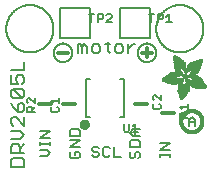
<source format=gbr>
G04 EAGLE Gerber RS-274X export*
G75*
%MOMM*%
%FSLAX34Y34*%
%LPD*%
%INSilkscreen Top*%
%IPPOS*%
%AMOC8*
5,1,8,0,0,1.08239X$1,22.5*%
G01*
%ADD10C,0.152400*%
%ADD11C,0.406400*%
%ADD12C,0.127000*%
%ADD13C,0.203200*%
%ADD14C,0.304800*%
%ADD15R,0.050800X0.006300*%
%ADD16R,0.082600X0.006400*%
%ADD17R,0.120600X0.006300*%
%ADD18R,0.139700X0.006400*%
%ADD19R,0.158800X0.006300*%
%ADD20R,0.177800X0.006400*%
%ADD21R,0.196800X0.006300*%
%ADD22R,0.215900X0.006400*%
%ADD23R,0.228600X0.006300*%
%ADD24R,0.241300X0.006400*%
%ADD25R,0.254000X0.006300*%
%ADD26R,0.266700X0.006400*%
%ADD27R,0.279400X0.006300*%
%ADD28R,0.285700X0.006400*%
%ADD29R,0.298400X0.006300*%
%ADD30R,0.311200X0.006400*%
%ADD31R,0.317500X0.006300*%
%ADD32R,0.330200X0.006400*%
%ADD33R,0.336600X0.006300*%
%ADD34R,0.349200X0.006400*%
%ADD35R,0.361900X0.006300*%
%ADD36R,0.368300X0.006400*%
%ADD37R,0.381000X0.006300*%
%ADD38R,0.387300X0.006400*%
%ADD39R,0.393700X0.006300*%
%ADD40R,0.406400X0.006400*%
%ADD41R,0.412700X0.006300*%
%ADD42R,0.419100X0.006400*%
%ADD43R,0.431800X0.006300*%
%ADD44R,0.438100X0.006400*%
%ADD45R,0.450800X0.006300*%
%ADD46R,0.457200X0.006400*%
%ADD47R,0.463500X0.006300*%
%ADD48R,0.476200X0.006400*%
%ADD49R,0.482600X0.006300*%
%ADD50R,0.488900X0.006400*%
%ADD51R,0.501600X0.006300*%
%ADD52R,0.508000X0.006400*%
%ADD53R,0.514300X0.006300*%
%ADD54R,0.527000X0.006400*%
%ADD55R,0.533400X0.006300*%
%ADD56R,0.546100X0.006400*%
%ADD57R,0.552400X0.006300*%
%ADD58R,0.558800X0.006400*%
%ADD59R,0.571500X0.006300*%
%ADD60R,0.577800X0.006400*%
%ADD61R,0.584200X0.006300*%
%ADD62R,0.596900X0.006400*%
%ADD63R,0.603200X0.006300*%
%ADD64R,0.609600X0.006400*%
%ADD65R,0.622300X0.006300*%
%ADD66R,0.628600X0.006400*%
%ADD67R,0.641300X0.006300*%
%ADD68R,0.647700X0.006400*%
%ADD69R,0.063500X0.006300*%
%ADD70R,0.654000X0.006300*%
%ADD71R,0.101600X0.006400*%
%ADD72R,0.666700X0.006400*%
%ADD73R,0.139700X0.006300*%
%ADD74R,0.673100X0.006300*%
%ADD75R,0.165100X0.006400*%
%ADD76R,0.679400X0.006400*%
%ADD77R,0.196900X0.006300*%
%ADD78R,0.692100X0.006300*%
%ADD79R,0.222200X0.006400*%
%ADD80R,0.698500X0.006400*%
%ADD81R,0.247700X0.006300*%
%ADD82R,0.704800X0.006300*%
%ADD83R,0.279400X0.006400*%
%ADD84R,0.717500X0.006400*%
%ADD85R,0.298500X0.006300*%
%ADD86R,0.723900X0.006300*%
%ADD87R,0.736600X0.006400*%
%ADD88R,0.342900X0.006300*%
%ADD89R,0.742900X0.006300*%
%ADD90R,0.374700X0.006400*%
%ADD91R,0.749300X0.006400*%
%ADD92R,0.762000X0.006300*%
%ADD93R,0.412700X0.006400*%
%ADD94R,0.768300X0.006400*%
%ADD95R,0.438100X0.006300*%
%ADD96R,0.774700X0.006300*%
%ADD97R,0.463600X0.006400*%
%ADD98R,0.787400X0.006400*%
%ADD99R,0.793700X0.006300*%
%ADD100R,0.495300X0.006400*%
%ADD101R,0.800100X0.006400*%
%ADD102R,0.520700X0.006300*%
%ADD103R,0.812800X0.006300*%
%ADD104R,0.533400X0.006400*%
%ADD105R,0.819100X0.006400*%
%ADD106R,0.558800X0.006300*%
%ADD107R,0.825500X0.006300*%
%ADD108R,0.577900X0.006400*%
%ADD109R,0.831800X0.006400*%
%ADD110R,0.596900X0.006300*%
%ADD111R,0.844500X0.006300*%
%ADD112R,0.616000X0.006400*%
%ADD113R,0.850900X0.006400*%
%ADD114R,0.635000X0.006300*%
%ADD115R,0.857200X0.006300*%
%ADD116R,0.654100X0.006400*%
%ADD117R,0.863600X0.006400*%
%ADD118R,0.666700X0.006300*%
%ADD119R,0.869900X0.006300*%
%ADD120R,0.685800X0.006400*%
%ADD121R,0.876300X0.006400*%
%ADD122R,0.882600X0.006300*%
%ADD123R,0.723900X0.006400*%
%ADD124R,0.889000X0.006400*%
%ADD125R,0.895300X0.006300*%
%ADD126R,0.755700X0.006400*%
%ADD127R,0.901700X0.006400*%
%ADD128R,0.908000X0.006300*%
%ADD129R,0.793800X0.006400*%
%ADD130R,0.914400X0.006400*%
%ADD131R,0.806400X0.006300*%
%ADD132R,0.920700X0.006300*%
%ADD133R,0.825500X0.006400*%
%ADD134R,0.927100X0.006400*%
%ADD135R,0.933400X0.006300*%
%ADD136R,0.857300X0.006400*%
%ADD137R,0.939800X0.006400*%
%ADD138R,0.870000X0.006300*%
%ADD139R,0.939800X0.006300*%
%ADD140R,0.946100X0.006400*%
%ADD141R,0.952500X0.006300*%
%ADD142R,0.908000X0.006400*%
%ADD143R,0.958800X0.006400*%
%ADD144R,0.965200X0.006300*%
%ADD145R,0.965200X0.006400*%
%ADD146R,0.971500X0.006300*%
%ADD147R,0.952500X0.006400*%
%ADD148R,0.977900X0.006400*%
%ADD149R,0.958800X0.006300*%
%ADD150R,0.984200X0.006300*%
%ADD151R,0.971500X0.006400*%
%ADD152R,0.984200X0.006400*%
%ADD153R,0.990600X0.006300*%
%ADD154R,0.984300X0.006400*%
%ADD155R,0.996900X0.006400*%
%ADD156R,0.997000X0.006300*%
%ADD157R,0.996900X0.006300*%
%ADD158R,1.003300X0.006400*%
%ADD159R,1.016000X0.006300*%
%ADD160R,1.009600X0.006300*%
%ADD161R,1.016000X0.006400*%
%ADD162R,1.009600X0.006400*%
%ADD163R,1.022300X0.006300*%
%ADD164R,1.028700X0.006400*%
%ADD165R,1.035100X0.006300*%
%ADD166R,1.047800X0.006400*%
%ADD167R,1.054100X0.006300*%
%ADD168R,1.028700X0.006300*%
%ADD169R,1.054100X0.006400*%
%ADD170R,1.035000X0.006400*%
%ADD171R,1.060400X0.006300*%
%ADD172R,1.035000X0.006300*%
%ADD173R,1.060500X0.006400*%
%ADD174R,1.041400X0.006400*%
%ADD175R,1.066800X0.006300*%
%ADD176R,1.041400X0.006300*%
%ADD177R,1.079500X0.006400*%
%ADD178R,1.047700X0.006400*%
%ADD179R,1.085900X0.006300*%
%ADD180R,1.047700X0.006300*%
%ADD181R,1.085800X0.006400*%
%ADD182R,1.092200X0.006300*%
%ADD183R,1.085900X0.006400*%
%ADD184R,1.098600X0.006300*%
%ADD185R,1.098600X0.006400*%
%ADD186R,1.060400X0.006400*%
%ADD187R,1.104900X0.006300*%
%ADD188R,1.104900X0.006400*%
%ADD189R,1.066800X0.006400*%
%ADD190R,1.111200X0.006300*%
%ADD191R,1.117600X0.006400*%
%ADD192R,1.117600X0.006300*%
%ADD193R,1.073100X0.006300*%
%ADD194R,1.073100X0.006400*%
%ADD195R,1.124000X0.006300*%
%ADD196R,1.079500X0.006300*%
%ADD197R,1.123900X0.006400*%
%ADD198R,1.130300X0.006300*%
%ADD199R,1.130300X0.006400*%
%ADD200R,1.136700X0.006400*%
%ADD201R,1.136700X0.006300*%
%ADD202R,1.085800X0.006300*%
%ADD203R,1.136600X0.006400*%
%ADD204R,1.136600X0.006300*%
%ADD205R,1.143000X0.006400*%
%ADD206R,1.143000X0.006300*%
%ADD207R,1.149400X0.006300*%
%ADD208R,1.149300X0.006300*%
%ADD209R,1.149300X0.006400*%
%ADD210R,1.149400X0.006400*%
%ADD211R,1.155700X0.006400*%
%ADD212R,1.155700X0.006300*%
%ADD213R,1.060500X0.006300*%
%ADD214R,2.197100X0.006400*%
%ADD215R,2.197100X0.006300*%
%ADD216R,2.184400X0.006300*%
%ADD217R,2.184400X0.006400*%
%ADD218R,2.171700X0.006400*%
%ADD219R,2.171700X0.006300*%
%ADD220R,1.530300X0.006400*%
%ADD221R,1.505000X0.006300*%
%ADD222R,1.492300X0.006400*%
%ADD223R,1.485900X0.006300*%
%ADD224R,0.565200X0.006300*%
%ADD225R,1.473200X0.006400*%
%ADD226R,0.565200X0.006400*%
%ADD227R,1.460500X0.006300*%
%ADD228R,1.454100X0.006400*%
%ADD229R,0.552400X0.006400*%
%ADD230R,1.441500X0.006300*%
%ADD231R,0.546100X0.006300*%
%ADD232R,1.435100X0.006400*%
%ADD233R,0.539800X0.006400*%
%ADD234R,1.428800X0.006300*%
%ADD235R,1.422400X0.006400*%
%ADD236R,1.409700X0.006300*%
%ADD237R,0.527100X0.006300*%
%ADD238R,1.403300X0.006400*%
%ADD239R,0.527100X0.006400*%
%ADD240R,1.390700X0.006300*%
%ADD241R,1.384300X0.006400*%
%ADD242R,0.520700X0.006400*%
%ADD243R,1.384300X0.006300*%
%ADD244R,0.514400X0.006300*%
%ADD245R,1.371600X0.006400*%
%ADD246R,1.365200X0.006300*%
%ADD247R,0.508000X0.006300*%
%ADD248R,1.352600X0.006400*%
%ADD249R,0.501700X0.006400*%
%ADD250R,0.711200X0.006300*%
%ADD251R,0.603300X0.006300*%
%ADD252R,0.501700X0.006300*%
%ADD253R,0.692100X0.006400*%
%ADD254R,0.571500X0.006400*%
%ADD255R,0.679400X0.006300*%
%ADD256R,0.495300X0.006300*%
%ADD257R,0.673100X0.006400*%
%ADD258R,0.666800X0.006300*%
%ADD259R,0.488900X0.006300*%
%ADD260R,0.660400X0.006400*%
%ADD261R,0.482600X0.006400*%
%ADD262R,0.476200X0.006300*%
%ADD263R,0.654000X0.006400*%
%ADD264R,0.469900X0.006400*%
%ADD265R,0.476300X0.006400*%
%ADD266R,0.647700X0.006300*%
%ADD267R,0.457200X0.006300*%
%ADD268R,0.469900X0.006300*%
%ADD269R,0.641300X0.006400*%
%ADD270R,0.444500X0.006400*%
%ADD271R,0.463600X0.006300*%
%ADD272R,0.635000X0.006400*%
%ADD273R,0.463500X0.006400*%
%ADD274R,0.393700X0.006400*%
%ADD275R,0.450800X0.006400*%
%ADD276R,0.628600X0.006300*%
%ADD277R,0.387400X0.006300*%
%ADD278R,0.450900X0.006300*%
%ADD279R,0.628700X0.006400*%
%ADD280R,0.374600X0.006400*%
%ADD281R,0.368300X0.006300*%
%ADD282R,0.438200X0.006300*%
%ADD283R,0.622300X0.006400*%
%ADD284R,0.355600X0.006400*%
%ADD285R,0.431800X0.006400*%
%ADD286R,0.349300X0.006300*%
%ADD287R,0.425400X0.006300*%
%ADD288R,0.615900X0.006300*%
%ADD289R,0.330200X0.006300*%
%ADD290R,0.419100X0.006300*%
%ADD291R,0.616000X0.006300*%
%ADD292R,0.311200X0.006300*%
%ADD293R,0.406400X0.006300*%
%ADD294R,0.615900X0.006400*%
%ADD295R,0.304800X0.006400*%
%ADD296R,0.158800X0.006400*%
%ADD297R,0.609600X0.006300*%
%ADD298R,0.292100X0.006300*%
%ADD299R,0.235000X0.006300*%
%ADD300R,0.387400X0.006400*%
%ADD301R,0.292100X0.006400*%
%ADD302R,0.336500X0.006300*%
%ADD303R,0.260400X0.006300*%
%ADD304R,0.603300X0.006400*%
%ADD305R,0.260400X0.006400*%
%ADD306R,0.362000X0.006400*%
%ADD307R,0.450900X0.006400*%
%ADD308R,0.355600X0.006300*%
%ADD309R,0.342900X0.006400*%
%ADD310R,0.514300X0.006400*%
%ADD311R,0.234900X0.006300*%
%ADD312R,0.539700X0.006300*%
%ADD313R,0.603200X0.006400*%
%ADD314R,0.234900X0.006400*%
%ADD315R,0.920700X0.006400*%
%ADD316R,0.958900X0.006400*%
%ADD317R,0.215900X0.006300*%
%ADD318R,0.209600X0.006400*%
%ADD319R,0.203200X0.006300*%
%ADD320R,1.003300X0.006300*%
%ADD321R,0.203200X0.006400*%
%ADD322R,0.196900X0.006400*%
%ADD323R,0.190500X0.006300*%
%ADD324R,0.190500X0.006400*%
%ADD325R,0.184200X0.006300*%
%ADD326R,0.590500X0.006400*%
%ADD327R,0.184200X0.006400*%
%ADD328R,0.590500X0.006300*%
%ADD329R,0.177800X0.006300*%
%ADD330R,0.584200X0.006400*%
%ADD331R,1.168400X0.006400*%
%ADD332R,0.171500X0.006300*%
%ADD333R,1.187500X0.006300*%
%ADD334R,1.200100X0.006400*%
%ADD335R,0.577800X0.006300*%
%ADD336R,1.212900X0.006300*%
%ADD337R,1.231900X0.006400*%
%ADD338R,1.250900X0.006300*%
%ADD339R,0.565100X0.006400*%
%ADD340R,0.184100X0.006400*%
%ADD341R,1.263700X0.006400*%
%ADD342R,0.565100X0.006300*%
%ADD343R,1.289100X0.006300*%
%ADD344R,1.314400X0.006400*%
%ADD345R,0.552500X0.006300*%
%ADD346R,1.568500X0.006300*%
%ADD347R,0.552500X0.006400*%
%ADD348R,1.581200X0.006400*%
%ADD349R,1.593800X0.006300*%
%ADD350R,1.606500X0.006400*%
%ADD351R,1.619300X0.006300*%
%ADD352R,0.514400X0.006400*%
%ADD353R,1.638300X0.006400*%
%ADD354R,1.657300X0.006300*%
%ADD355R,2.209800X0.006400*%
%ADD356R,2.425700X0.006300*%
%ADD357R,2.470100X0.006400*%
%ADD358R,2.501900X0.006300*%
%ADD359R,2.533700X0.006400*%
%ADD360R,2.559000X0.006300*%
%ADD361R,2.584500X0.006400*%
%ADD362R,2.609900X0.006300*%
%ADD363R,2.628900X0.006400*%
%ADD364R,2.660600X0.006300*%
%ADD365R,2.673400X0.006400*%
%ADD366R,1.422400X0.006300*%
%ADD367R,1.200200X0.006300*%
%ADD368R,1.365300X0.006300*%
%ADD369R,1.365300X0.006400*%
%ADD370R,1.352500X0.006300*%
%ADD371R,1.098500X0.006300*%
%ADD372R,1.358900X0.006400*%
%ADD373R,1.352600X0.006300*%
%ADD374R,1.358900X0.006300*%
%ADD375R,1.371600X0.006300*%
%ADD376R,1.377900X0.006400*%
%ADD377R,1.397000X0.006400*%
%ADD378R,1.403300X0.006300*%
%ADD379R,0.914400X0.006300*%
%ADD380R,0.876300X0.006300*%
%ADD381R,0.374600X0.006300*%
%ADD382R,1.073200X0.006400*%
%ADD383R,0.374700X0.006300*%
%ADD384R,0.844600X0.006400*%
%ADD385R,0.844600X0.006300*%
%ADD386R,0.831900X0.006400*%
%ADD387R,1.092200X0.006400*%
%ADD388R,0.400000X0.006300*%
%ADD389R,0.819200X0.006400*%
%ADD390R,1.111300X0.006400*%
%ADD391R,0.812800X0.006400*%
%ADD392R,0.800100X0.006300*%
%ADD393R,0.476300X0.006300*%
%ADD394R,1.181100X0.006300*%
%ADD395R,0.501600X0.006400*%
%ADD396R,1.193800X0.006400*%
%ADD397R,0.781000X0.006400*%
%ADD398R,1.238200X0.006400*%
%ADD399R,0.781100X0.006300*%
%ADD400R,1.257300X0.006300*%
%ADD401R,1.295400X0.006400*%
%ADD402R,1.333500X0.006300*%
%ADD403R,0.774700X0.006400*%
%ADD404R,1.866900X0.006400*%
%ADD405R,0.209600X0.006300*%
%ADD406R,1.866900X0.006300*%
%ADD407R,0.768400X0.006400*%
%ADD408R,0.209500X0.006400*%
%ADD409R,1.860600X0.006400*%
%ADD410R,0.762000X0.006400*%
%ADD411R,0.768400X0.006300*%
%ADD412R,1.860600X0.006300*%
%ADD413R,1.860500X0.006400*%
%ADD414R,0.222300X0.006300*%
%ADD415R,1.854200X0.006300*%
%ADD416R,0.235000X0.006400*%
%ADD417R,1.854200X0.006400*%
%ADD418R,0.768300X0.006300*%
%ADD419R,0.260300X0.006400*%
%ADD420R,1.847800X0.006400*%
%ADD421R,0.266700X0.006300*%
%ADD422R,1.847800X0.006300*%
%ADD423R,0.273100X0.006400*%
%ADD424R,1.841500X0.006400*%
%ADD425R,0.285800X0.006300*%
%ADD426R,1.841500X0.006300*%
%ADD427R,0.298500X0.006400*%
%ADD428R,1.835100X0.006400*%
%ADD429R,0.781000X0.006300*%
%ADD430R,0.304800X0.006300*%
%ADD431R,1.835100X0.006300*%
%ADD432R,0.317500X0.006400*%
%ADD433R,1.828800X0.006400*%
%ADD434R,0.787400X0.006300*%
%ADD435R,0.323800X0.006300*%
%ADD436R,1.828800X0.006300*%
%ADD437R,0.793700X0.006400*%
%ADD438R,1.822400X0.006400*%
%ADD439R,0.806500X0.006300*%
%ADD440R,1.822400X0.006300*%
%ADD441R,1.816100X0.006400*%
%ADD442R,0.819100X0.006300*%
%ADD443R,0.387300X0.006300*%
%ADD444R,1.816100X0.006300*%
%ADD445R,1.809800X0.006400*%
%ADD446R,1.803400X0.006300*%
%ADD447R,1.797000X0.006400*%
%ADD448R,0.901700X0.006300*%
%ADD449R,1.797000X0.006300*%
%ADD450R,1.441400X0.006400*%
%ADD451R,1.790700X0.006400*%
%ADD452R,1.447800X0.006300*%
%ADD453R,1.784300X0.006300*%
%ADD454R,1.447800X0.006400*%
%ADD455R,1.784300X0.006400*%
%ADD456R,1.454100X0.006300*%
%ADD457R,1.771700X0.006300*%
%ADD458R,1.460500X0.006400*%
%ADD459R,1.759000X0.006400*%
%ADD460R,1.466800X0.006300*%
%ADD461R,1.752600X0.006300*%
%ADD462R,1.466800X0.006400*%
%ADD463R,1.739900X0.006400*%
%ADD464R,1.473200X0.006300*%
%ADD465R,1.727200X0.006300*%
%ADD466R,1.479500X0.006400*%
%ADD467R,1.714500X0.006400*%
%ADD468R,1.695400X0.006300*%
%ADD469R,1.485900X0.006400*%
%ADD470R,1.682700X0.006400*%
%ADD471R,1.492200X0.006300*%
%ADD472R,1.663700X0.006300*%
%ADD473R,1.498600X0.006400*%
%ADD474R,1.644600X0.006400*%
%ADD475R,1.498600X0.006300*%
%ADD476R,1.619200X0.006300*%
%ADD477R,1.511300X0.006400*%
%ADD478R,1.600200X0.006400*%
%ADD479R,1.517700X0.006300*%
%ADD480R,1.574800X0.006300*%
%ADD481R,1.524000X0.006400*%
%ADD482R,1.555800X0.006400*%
%ADD483R,1.524000X0.006300*%
%ADD484R,1.536700X0.006300*%
%ADD485R,1.530400X0.006400*%
%ADD486R,1.517700X0.006400*%
%ADD487R,1.492300X0.006300*%
%ADD488R,1.549400X0.006400*%
%ADD489R,1.479600X0.006400*%
%ADD490R,1.549400X0.006300*%
%ADD491R,1.555700X0.006400*%
%ADD492R,1.562100X0.006300*%
%ADD493R,0.323900X0.006300*%
%ADD494R,1.568400X0.006400*%
%ADD495R,0.336600X0.006400*%
%ADD496R,1.587500X0.006300*%
%ADD497R,0.971600X0.006300*%
%ADD498R,0.349300X0.006400*%
%ADD499R,1.600200X0.006300*%
%ADD500R,0.920800X0.006300*%
%ADD501R,0.882700X0.006400*%
%ADD502R,1.612900X0.006300*%
%ADD503R,0.362000X0.006300*%
%ADD504R,1.625600X0.006400*%
%ADD505R,1.625600X0.006300*%
%ADD506R,1.644600X0.006300*%
%ADD507R,0.736600X0.006300*%
%ADD508R,0.717600X0.006400*%
%ADD509R,1.657400X0.006300*%
%ADD510R,0.679500X0.006300*%
%ADD511R,1.663700X0.006400*%
%ADD512R,0.400000X0.006400*%
%ADD513R,1.676400X0.006300*%
%ADD514R,1.676400X0.006400*%
%ADD515R,0.425500X0.006400*%
%ADD516R,1.352500X0.006400*%
%ADD517R,0.444500X0.006300*%
%ADD518R,0.361900X0.006400*%
%ADD519R,0.088900X0.006300*%
%ADD520R,1.009700X0.006300*%
%ADD521R,1.009700X0.006400*%
%ADD522R,1.022300X0.006400*%
%ADD523R,1.346200X0.006400*%
%ADD524R,1.346200X0.006300*%
%ADD525R,1.339900X0.006400*%
%ADD526R,1.035100X0.006400*%
%ADD527R,1.339800X0.006300*%
%ADD528R,1.333500X0.006400*%
%ADD529R,1.327200X0.006400*%
%ADD530R,1.320800X0.006300*%
%ADD531R,1.314500X0.006400*%
%ADD532R,1.314400X0.006300*%
%ADD533R,1.301700X0.006400*%
%ADD534R,1.295400X0.006300*%
%ADD535R,1.289000X0.006400*%
%ADD536R,1.276300X0.006300*%
%ADD537R,1.251000X0.006300*%
%ADD538R,1.244600X0.006400*%
%ADD539R,1.231900X0.006300*%
%ADD540R,1.212800X0.006400*%
%ADD541R,1.200100X0.006300*%
%ADD542R,1.187400X0.006400*%
%ADD543R,1.168400X0.006300*%
%ADD544R,1.047800X0.006300*%
%ADD545R,0.977900X0.006300*%
%ADD546R,0.946200X0.006400*%
%ADD547R,0.933400X0.006400*%
%ADD548R,0.895300X0.006400*%
%ADD549R,0.882700X0.006300*%
%ADD550R,0.863600X0.006300*%
%ADD551R,0.857200X0.006400*%
%ADD552R,0.850900X0.006300*%
%ADD553R,0.838200X0.006300*%
%ADD554R,0.806500X0.006400*%
%ADD555R,0.717600X0.006300*%
%ADD556R,0.711200X0.006400*%
%ADD557R,0.641400X0.006400*%
%ADD558R,0.641400X0.006300*%
%ADD559R,0.628700X0.006300*%
%ADD560R,0.590600X0.006300*%
%ADD561R,0.539700X0.006400*%
%ADD562R,0.285700X0.006300*%
%ADD563R,0.222200X0.006300*%
%ADD564R,0.171400X0.006300*%
%ADD565R,0.152400X0.006400*%
%ADD566R,0.133400X0.006300*%


D10*
X33775Y31468D02*
X39537Y31468D01*
X42418Y34350D01*
X39537Y37231D01*
X33775Y37231D01*
X42418Y40824D02*
X42418Y43705D01*
X42418Y42264D02*
X33775Y42264D01*
X33775Y40824D02*
X33775Y43705D01*
X33775Y47060D02*
X42418Y47060D01*
X42418Y52823D02*
X33775Y47060D01*
X33775Y52823D02*
X42418Y52823D01*
X60615Y35671D02*
X59175Y34231D01*
X59175Y31350D01*
X60615Y29909D01*
X66377Y29909D01*
X67818Y31350D01*
X67818Y34231D01*
X66377Y35671D01*
X63496Y35671D01*
X63496Y32790D01*
X59175Y39264D02*
X67818Y39264D01*
X67818Y45027D02*
X59175Y39264D01*
X59175Y45027D02*
X67818Y45027D01*
X67818Y48620D02*
X59175Y48620D01*
X67818Y48620D02*
X67818Y52941D01*
X66377Y54382D01*
X60615Y54382D01*
X59175Y52941D01*
X59175Y48620D01*
X82491Y39885D02*
X83931Y38445D01*
X82491Y39885D02*
X79610Y39885D01*
X78169Y38445D01*
X78169Y37004D01*
X79610Y35564D01*
X82491Y35564D01*
X83931Y34123D01*
X83931Y32683D01*
X82491Y31242D01*
X79610Y31242D01*
X78169Y32683D01*
X91846Y39885D02*
X93287Y38445D01*
X91846Y39885D02*
X88965Y39885D01*
X87524Y38445D01*
X87524Y32683D01*
X88965Y31242D01*
X91846Y31242D01*
X93287Y32683D01*
X96880Y31242D02*
X96880Y39885D01*
X96880Y31242D02*
X102642Y31242D01*
X109975Y34231D02*
X111415Y35671D01*
X109975Y34231D02*
X109975Y31350D01*
X111415Y29909D01*
X112856Y29909D01*
X114296Y31350D01*
X114296Y34231D01*
X115737Y35671D01*
X117177Y35671D01*
X118618Y34231D01*
X118618Y31350D01*
X117177Y29909D01*
X118618Y39264D02*
X109975Y39264D01*
X118618Y39264D02*
X118618Y43586D01*
X117177Y45027D01*
X111415Y45027D01*
X109975Y43586D01*
X109975Y39264D01*
X112856Y48620D02*
X118618Y48620D01*
X112856Y48620D02*
X109975Y51501D01*
X112856Y54382D01*
X118618Y54382D01*
X114296Y54382D02*
X114296Y48620D01*
X144018Y33947D02*
X144018Y31066D01*
X144018Y32507D02*
X135375Y32507D01*
X135375Y33947D02*
X135375Y31066D01*
X135375Y37303D02*
X144018Y37303D01*
X144018Y43065D02*
X135375Y37303D01*
X135375Y43065D02*
X144018Y43065D01*
X20828Y22566D02*
X9642Y22566D01*
X20828Y22566D02*
X20828Y28159D01*
X18964Y30023D01*
X11507Y30023D01*
X9642Y28159D01*
X9642Y22566D01*
X9642Y34260D02*
X20828Y34260D01*
X9642Y34260D02*
X9642Y39853D01*
X11507Y41717D01*
X15235Y41717D01*
X17100Y39853D01*
X17100Y34260D01*
X17100Y37989D02*
X20828Y41717D01*
X17100Y45954D02*
X9642Y45954D01*
X17100Y45954D02*
X20828Y49682D01*
X17100Y53411D01*
X9642Y53411D01*
X20828Y57648D02*
X20828Y65105D01*
X20828Y57648D02*
X13371Y65105D01*
X11507Y65105D01*
X9642Y63241D01*
X9642Y59512D01*
X11507Y57648D01*
X11507Y73070D02*
X9642Y76799D01*
X11507Y73070D02*
X15235Y69342D01*
X18964Y69342D01*
X20828Y71206D01*
X20828Y74935D01*
X18964Y76799D01*
X17100Y76799D01*
X15235Y74935D01*
X15235Y69342D01*
X11507Y81036D02*
X18964Y81036D01*
X11507Y81036D02*
X9642Y82900D01*
X9642Y86629D01*
X11507Y88493D01*
X18964Y88493D01*
X20828Y86629D01*
X20828Y82900D01*
X18964Y81036D01*
X11507Y88493D01*
X9642Y92730D02*
X9642Y100187D01*
X9642Y92730D02*
X15235Y92730D01*
X13371Y96458D01*
X13371Y98323D01*
X15235Y100187D01*
X18964Y100187D01*
X20828Y98323D01*
X20828Y94594D01*
X18964Y92730D01*
X20828Y104424D02*
X9642Y104424D01*
X20828Y104424D02*
X20828Y111881D01*
X65891Y118872D02*
X65891Y126329D01*
X67755Y126329D01*
X69619Y124465D01*
X69619Y118872D01*
X69619Y124465D02*
X71483Y126329D01*
X73348Y124465D01*
X73348Y118872D01*
X79449Y118872D02*
X83177Y118872D01*
X85042Y120736D01*
X85042Y124465D01*
X83177Y126329D01*
X79449Y126329D01*
X77584Y124465D01*
X77584Y120736D01*
X79449Y118872D01*
X91143Y120736D02*
X91143Y128193D01*
X91143Y120736D02*
X93007Y118872D01*
X93007Y126329D02*
X89278Y126329D01*
X98939Y118872D02*
X102667Y118872D01*
X104531Y120736D01*
X104531Y124465D01*
X102667Y126329D01*
X98939Y126329D01*
X97074Y124465D01*
X97074Y120736D01*
X98939Y118872D01*
X108768Y118872D02*
X108768Y126329D01*
X108768Y122601D02*
X112497Y126329D01*
X114361Y126329D01*
D11*
X69400Y58780D02*
X69402Y58869D01*
X69408Y58958D01*
X69418Y59047D01*
X69432Y59135D01*
X69449Y59222D01*
X69471Y59308D01*
X69497Y59394D01*
X69526Y59478D01*
X69559Y59561D01*
X69595Y59642D01*
X69636Y59722D01*
X69679Y59799D01*
X69726Y59875D01*
X69777Y59948D01*
X69830Y60019D01*
X69887Y60088D01*
X69947Y60154D01*
X70010Y60218D01*
X70075Y60278D01*
X70143Y60336D01*
X70214Y60390D01*
X70287Y60441D01*
X70362Y60489D01*
X70439Y60534D01*
X70518Y60575D01*
X70599Y60612D01*
X70681Y60646D01*
X70765Y60677D01*
X70850Y60703D01*
X70936Y60726D01*
X71023Y60744D01*
X71111Y60759D01*
X71200Y60770D01*
X71289Y60777D01*
X71378Y60780D01*
X71467Y60779D01*
X71556Y60774D01*
X71644Y60765D01*
X71733Y60752D01*
X71820Y60735D01*
X71907Y60715D01*
X71993Y60690D01*
X72077Y60662D01*
X72160Y60630D01*
X72242Y60594D01*
X72322Y60555D01*
X72400Y60512D01*
X72476Y60466D01*
X72550Y60416D01*
X72622Y60363D01*
X72691Y60307D01*
X72758Y60248D01*
X72822Y60186D01*
X72883Y60122D01*
X72942Y60054D01*
X72997Y59984D01*
X73049Y59912D01*
X73098Y59837D01*
X73143Y59761D01*
X73185Y59682D01*
X73223Y59602D01*
X73258Y59520D01*
X73289Y59436D01*
X73317Y59351D01*
X73340Y59265D01*
X73360Y59178D01*
X73376Y59091D01*
X73388Y59002D01*
X73396Y58914D01*
X73400Y58825D01*
X73400Y58735D01*
X73396Y58646D01*
X73388Y58558D01*
X73376Y58469D01*
X73360Y58382D01*
X73340Y58295D01*
X73317Y58209D01*
X73289Y58124D01*
X73258Y58040D01*
X73223Y57958D01*
X73185Y57878D01*
X73143Y57799D01*
X73098Y57723D01*
X73049Y57648D01*
X72997Y57576D01*
X72942Y57506D01*
X72883Y57438D01*
X72822Y57374D01*
X72758Y57312D01*
X72691Y57253D01*
X72622Y57197D01*
X72550Y57144D01*
X72476Y57094D01*
X72400Y57048D01*
X72322Y57005D01*
X72242Y56966D01*
X72160Y56930D01*
X72077Y56898D01*
X71993Y56870D01*
X71907Y56845D01*
X71820Y56825D01*
X71733Y56808D01*
X71644Y56795D01*
X71556Y56786D01*
X71467Y56781D01*
X71378Y56780D01*
X71289Y56783D01*
X71200Y56790D01*
X71111Y56801D01*
X71023Y56816D01*
X70936Y56834D01*
X70850Y56857D01*
X70765Y56883D01*
X70681Y56914D01*
X70599Y56948D01*
X70518Y56985D01*
X70439Y57026D01*
X70362Y57071D01*
X70287Y57119D01*
X70214Y57170D01*
X70143Y57224D01*
X70075Y57282D01*
X70010Y57342D01*
X69947Y57406D01*
X69887Y57472D01*
X69830Y57541D01*
X69777Y57612D01*
X69726Y57685D01*
X69679Y57761D01*
X69636Y57838D01*
X69595Y57918D01*
X69559Y57999D01*
X69526Y58082D01*
X69497Y58166D01*
X69471Y58252D01*
X69449Y58338D01*
X69432Y58425D01*
X69418Y58513D01*
X69408Y58602D01*
X69402Y58691D01*
X69400Y58780D01*
D12*
X72900Y97280D02*
X75900Y97280D01*
X72900Y97280D02*
X72900Y65280D01*
X75900Y65280D01*
X101900Y65280D02*
X104900Y65280D01*
X104900Y97280D01*
X101900Y97280D01*
D10*
X105038Y59148D02*
X105038Y53640D01*
X106139Y52538D01*
X108343Y52538D01*
X109444Y53640D01*
X109444Y59148D01*
X112522Y56944D02*
X114725Y59148D01*
X114725Y52538D01*
X112522Y52538D02*
X116928Y52538D01*
D13*
X5400Y139700D02*
X5406Y140191D01*
X5424Y140681D01*
X5454Y141171D01*
X5496Y141660D01*
X5550Y142148D01*
X5616Y142635D01*
X5694Y143119D01*
X5784Y143602D01*
X5886Y144082D01*
X5999Y144560D01*
X6124Y145034D01*
X6261Y145506D01*
X6409Y145974D01*
X6569Y146438D01*
X6740Y146898D01*
X6922Y147354D01*
X7116Y147805D01*
X7320Y148251D01*
X7536Y148692D01*
X7762Y149128D01*
X7998Y149558D01*
X8245Y149982D01*
X8503Y150400D01*
X8771Y150811D01*
X9048Y151216D01*
X9336Y151614D01*
X9633Y152005D01*
X9940Y152388D01*
X10256Y152763D01*
X10581Y153131D01*
X10915Y153491D01*
X11258Y153842D01*
X11609Y154185D01*
X11969Y154519D01*
X12337Y154844D01*
X12712Y155160D01*
X13095Y155467D01*
X13486Y155764D01*
X13884Y156052D01*
X14289Y156329D01*
X14700Y156597D01*
X15118Y156855D01*
X15542Y157102D01*
X15972Y157338D01*
X16408Y157564D01*
X16849Y157780D01*
X17295Y157984D01*
X17746Y158178D01*
X18202Y158360D01*
X18662Y158531D01*
X19126Y158691D01*
X19594Y158839D01*
X20066Y158976D01*
X20540Y159101D01*
X21018Y159214D01*
X21498Y159316D01*
X21981Y159406D01*
X22465Y159484D01*
X22952Y159550D01*
X23440Y159604D01*
X23929Y159646D01*
X24419Y159676D01*
X24909Y159694D01*
X25400Y159700D01*
X25891Y159694D01*
X26381Y159676D01*
X26871Y159646D01*
X27360Y159604D01*
X27848Y159550D01*
X28335Y159484D01*
X28819Y159406D01*
X29302Y159316D01*
X29782Y159214D01*
X30260Y159101D01*
X30734Y158976D01*
X31206Y158839D01*
X31674Y158691D01*
X32138Y158531D01*
X32598Y158360D01*
X33054Y158178D01*
X33505Y157984D01*
X33951Y157780D01*
X34392Y157564D01*
X34828Y157338D01*
X35258Y157102D01*
X35682Y156855D01*
X36100Y156597D01*
X36511Y156329D01*
X36916Y156052D01*
X37314Y155764D01*
X37705Y155467D01*
X38088Y155160D01*
X38463Y154844D01*
X38831Y154519D01*
X39191Y154185D01*
X39542Y153842D01*
X39885Y153491D01*
X40219Y153131D01*
X40544Y152763D01*
X40860Y152388D01*
X41167Y152005D01*
X41464Y151614D01*
X41752Y151216D01*
X42029Y150811D01*
X42297Y150400D01*
X42555Y149982D01*
X42802Y149558D01*
X43038Y149128D01*
X43264Y148692D01*
X43480Y148251D01*
X43684Y147805D01*
X43878Y147354D01*
X44060Y146898D01*
X44231Y146438D01*
X44391Y145974D01*
X44539Y145506D01*
X44676Y145034D01*
X44801Y144560D01*
X44914Y144082D01*
X45016Y143602D01*
X45106Y143119D01*
X45184Y142635D01*
X45250Y142148D01*
X45304Y141660D01*
X45346Y141171D01*
X45376Y140681D01*
X45394Y140191D01*
X45400Y139700D01*
X45394Y139209D01*
X45376Y138719D01*
X45346Y138229D01*
X45304Y137740D01*
X45250Y137252D01*
X45184Y136765D01*
X45106Y136281D01*
X45016Y135798D01*
X44914Y135318D01*
X44801Y134840D01*
X44676Y134366D01*
X44539Y133894D01*
X44391Y133426D01*
X44231Y132962D01*
X44060Y132502D01*
X43878Y132046D01*
X43684Y131595D01*
X43480Y131149D01*
X43264Y130708D01*
X43038Y130272D01*
X42802Y129842D01*
X42555Y129418D01*
X42297Y129000D01*
X42029Y128589D01*
X41752Y128184D01*
X41464Y127786D01*
X41167Y127395D01*
X40860Y127012D01*
X40544Y126637D01*
X40219Y126269D01*
X39885Y125909D01*
X39542Y125558D01*
X39191Y125215D01*
X38831Y124881D01*
X38463Y124556D01*
X38088Y124240D01*
X37705Y123933D01*
X37314Y123636D01*
X36916Y123348D01*
X36511Y123071D01*
X36100Y122803D01*
X35682Y122545D01*
X35258Y122298D01*
X34828Y122062D01*
X34392Y121836D01*
X33951Y121620D01*
X33505Y121416D01*
X33054Y121222D01*
X32598Y121040D01*
X32138Y120869D01*
X31674Y120709D01*
X31206Y120561D01*
X30734Y120424D01*
X30260Y120299D01*
X29782Y120186D01*
X29302Y120084D01*
X28819Y119994D01*
X28335Y119916D01*
X27848Y119850D01*
X27360Y119796D01*
X26871Y119754D01*
X26381Y119724D01*
X25891Y119706D01*
X25400Y119700D01*
X24909Y119706D01*
X24419Y119724D01*
X23929Y119754D01*
X23440Y119796D01*
X22952Y119850D01*
X22465Y119916D01*
X21981Y119994D01*
X21498Y120084D01*
X21018Y120186D01*
X20540Y120299D01*
X20066Y120424D01*
X19594Y120561D01*
X19126Y120709D01*
X18662Y120869D01*
X18202Y121040D01*
X17746Y121222D01*
X17295Y121416D01*
X16849Y121620D01*
X16408Y121836D01*
X15972Y122062D01*
X15542Y122298D01*
X15118Y122545D01*
X14700Y122803D01*
X14289Y123071D01*
X13884Y123348D01*
X13486Y123636D01*
X13095Y123933D01*
X12712Y124240D01*
X12337Y124556D01*
X11969Y124881D01*
X11609Y125215D01*
X11258Y125558D01*
X10915Y125909D01*
X10581Y126269D01*
X10256Y126637D01*
X9940Y127012D01*
X9633Y127395D01*
X9336Y127786D01*
X9048Y128184D01*
X8771Y128589D01*
X8503Y129000D01*
X8245Y129418D01*
X7998Y129842D01*
X7762Y130272D01*
X7536Y130708D01*
X7320Y131149D01*
X7116Y131595D01*
X6922Y132046D01*
X6740Y132502D01*
X6569Y132962D01*
X6409Y133426D01*
X6261Y133894D01*
X6124Y134366D01*
X5999Y134840D01*
X5886Y135318D01*
X5784Y135798D01*
X5694Y136281D01*
X5616Y136765D01*
X5550Y137252D01*
X5496Y137740D01*
X5454Y138229D01*
X5424Y138719D01*
X5406Y139209D01*
X5400Y139700D01*
X132400Y139700D02*
X132406Y140191D01*
X132424Y140681D01*
X132454Y141171D01*
X132496Y141660D01*
X132550Y142148D01*
X132616Y142635D01*
X132694Y143119D01*
X132784Y143602D01*
X132886Y144082D01*
X132999Y144560D01*
X133124Y145034D01*
X133261Y145506D01*
X133409Y145974D01*
X133569Y146438D01*
X133740Y146898D01*
X133922Y147354D01*
X134116Y147805D01*
X134320Y148251D01*
X134536Y148692D01*
X134762Y149128D01*
X134998Y149558D01*
X135245Y149982D01*
X135503Y150400D01*
X135771Y150811D01*
X136048Y151216D01*
X136336Y151614D01*
X136633Y152005D01*
X136940Y152388D01*
X137256Y152763D01*
X137581Y153131D01*
X137915Y153491D01*
X138258Y153842D01*
X138609Y154185D01*
X138969Y154519D01*
X139337Y154844D01*
X139712Y155160D01*
X140095Y155467D01*
X140486Y155764D01*
X140884Y156052D01*
X141289Y156329D01*
X141700Y156597D01*
X142118Y156855D01*
X142542Y157102D01*
X142972Y157338D01*
X143408Y157564D01*
X143849Y157780D01*
X144295Y157984D01*
X144746Y158178D01*
X145202Y158360D01*
X145662Y158531D01*
X146126Y158691D01*
X146594Y158839D01*
X147066Y158976D01*
X147540Y159101D01*
X148018Y159214D01*
X148498Y159316D01*
X148981Y159406D01*
X149465Y159484D01*
X149952Y159550D01*
X150440Y159604D01*
X150929Y159646D01*
X151419Y159676D01*
X151909Y159694D01*
X152400Y159700D01*
X152891Y159694D01*
X153381Y159676D01*
X153871Y159646D01*
X154360Y159604D01*
X154848Y159550D01*
X155335Y159484D01*
X155819Y159406D01*
X156302Y159316D01*
X156782Y159214D01*
X157260Y159101D01*
X157734Y158976D01*
X158206Y158839D01*
X158674Y158691D01*
X159138Y158531D01*
X159598Y158360D01*
X160054Y158178D01*
X160505Y157984D01*
X160951Y157780D01*
X161392Y157564D01*
X161828Y157338D01*
X162258Y157102D01*
X162682Y156855D01*
X163100Y156597D01*
X163511Y156329D01*
X163916Y156052D01*
X164314Y155764D01*
X164705Y155467D01*
X165088Y155160D01*
X165463Y154844D01*
X165831Y154519D01*
X166191Y154185D01*
X166542Y153842D01*
X166885Y153491D01*
X167219Y153131D01*
X167544Y152763D01*
X167860Y152388D01*
X168167Y152005D01*
X168464Y151614D01*
X168752Y151216D01*
X169029Y150811D01*
X169297Y150400D01*
X169555Y149982D01*
X169802Y149558D01*
X170038Y149128D01*
X170264Y148692D01*
X170480Y148251D01*
X170684Y147805D01*
X170878Y147354D01*
X171060Y146898D01*
X171231Y146438D01*
X171391Y145974D01*
X171539Y145506D01*
X171676Y145034D01*
X171801Y144560D01*
X171914Y144082D01*
X172016Y143602D01*
X172106Y143119D01*
X172184Y142635D01*
X172250Y142148D01*
X172304Y141660D01*
X172346Y141171D01*
X172376Y140681D01*
X172394Y140191D01*
X172400Y139700D01*
X172394Y139209D01*
X172376Y138719D01*
X172346Y138229D01*
X172304Y137740D01*
X172250Y137252D01*
X172184Y136765D01*
X172106Y136281D01*
X172016Y135798D01*
X171914Y135318D01*
X171801Y134840D01*
X171676Y134366D01*
X171539Y133894D01*
X171391Y133426D01*
X171231Y132962D01*
X171060Y132502D01*
X170878Y132046D01*
X170684Y131595D01*
X170480Y131149D01*
X170264Y130708D01*
X170038Y130272D01*
X169802Y129842D01*
X169555Y129418D01*
X169297Y129000D01*
X169029Y128589D01*
X168752Y128184D01*
X168464Y127786D01*
X168167Y127395D01*
X167860Y127012D01*
X167544Y126637D01*
X167219Y126269D01*
X166885Y125909D01*
X166542Y125558D01*
X166191Y125215D01*
X165831Y124881D01*
X165463Y124556D01*
X165088Y124240D01*
X164705Y123933D01*
X164314Y123636D01*
X163916Y123348D01*
X163511Y123071D01*
X163100Y122803D01*
X162682Y122545D01*
X162258Y122298D01*
X161828Y122062D01*
X161392Y121836D01*
X160951Y121620D01*
X160505Y121416D01*
X160054Y121222D01*
X159598Y121040D01*
X159138Y120869D01*
X158674Y120709D01*
X158206Y120561D01*
X157734Y120424D01*
X157260Y120299D01*
X156782Y120186D01*
X156302Y120084D01*
X155819Y119994D01*
X155335Y119916D01*
X154848Y119850D01*
X154360Y119796D01*
X153871Y119754D01*
X153381Y119724D01*
X152891Y119706D01*
X152400Y119700D01*
X151909Y119706D01*
X151419Y119724D01*
X150929Y119754D01*
X150440Y119796D01*
X149952Y119850D01*
X149465Y119916D01*
X148981Y119994D01*
X148498Y120084D01*
X148018Y120186D01*
X147540Y120299D01*
X147066Y120424D01*
X146594Y120561D01*
X146126Y120709D01*
X145662Y120869D01*
X145202Y121040D01*
X144746Y121222D01*
X144295Y121416D01*
X143849Y121620D01*
X143408Y121836D01*
X142972Y122062D01*
X142542Y122298D01*
X142118Y122545D01*
X141700Y122803D01*
X141289Y123071D01*
X140884Y123348D01*
X140486Y123636D01*
X140095Y123933D01*
X139712Y124240D01*
X139337Y124556D01*
X138969Y124881D01*
X138609Y125215D01*
X138258Y125558D01*
X137915Y125909D01*
X137581Y126269D01*
X137256Y126637D01*
X136940Y127012D01*
X136633Y127395D01*
X136336Y127786D01*
X136048Y128184D01*
X135771Y128589D01*
X135503Y129000D01*
X135245Y129418D01*
X134998Y129842D01*
X134762Y130272D01*
X134536Y130708D01*
X134320Y131149D01*
X134116Y131595D01*
X133922Y132046D01*
X133740Y132502D01*
X133569Y132962D01*
X133409Y133426D01*
X133261Y133894D01*
X133124Y134366D01*
X132999Y134840D01*
X132886Y135318D01*
X132784Y135798D01*
X132694Y136281D01*
X132616Y136765D01*
X132550Y137252D01*
X132496Y137740D01*
X132454Y138229D01*
X132424Y138719D01*
X132406Y139209D01*
X132400Y139700D01*
D14*
X137160Y68580D02*
X147320Y68580D01*
D10*
X152267Y63763D02*
X158877Y63763D01*
X152267Y63763D02*
X152267Y67068D01*
X153369Y68169D01*
X155572Y68169D01*
X156674Y67068D01*
X156674Y63763D01*
X156674Y65966D02*
X158877Y68169D01*
X154471Y71247D02*
X152267Y73450D01*
X158877Y73450D01*
X158877Y71247D02*
X158877Y75653D01*
D14*
X43180Y76200D02*
X33020Y76200D01*
D10*
X29337Y68843D02*
X22727Y68843D01*
X22727Y72148D01*
X23829Y73249D01*
X26032Y73249D01*
X27134Y72148D01*
X27134Y68843D01*
X27134Y71046D02*
X29337Y73249D01*
X29337Y76327D02*
X29337Y80733D01*
X29337Y76327D02*
X24931Y80733D01*
X23829Y80733D01*
X22727Y79632D01*
X22727Y77429D01*
X23829Y76327D01*
D14*
X53340Y76200D02*
X63500Y76200D01*
D10*
X44149Y73249D02*
X43047Y72148D01*
X43047Y69944D01*
X44149Y68843D01*
X48555Y68843D01*
X49657Y69944D01*
X49657Y72148D01*
X48555Y73249D01*
X45251Y76327D02*
X43047Y78530D01*
X49657Y78530D01*
X49657Y76327D02*
X49657Y80733D01*
D14*
X114300Y76200D02*
X124460Y76200D01*
D10*
X129407Y74688D02*
X130509Y75789D01*
X129407Y74688D02*
X129407Y72484D01*
X130509Y71383D01*
X134915Y71383D01*
X136017Y72484D01*
X136017Y74688D01*
X134915Y75789D01*
X136017Y78867D02*
X136017Y83273D01*
X136017Y78867D02*
X131611Y83273D01*
X130509Y83273D01*
X129407Y82172D01*
X129407Y79969D01*
X130509Y78867D01*
D14*
X124460Y115411D02*
X124460Y123348D01*
X120492Y119380D02*
X128428Y119380D01*
D13*
X116643Y119380D02*
X116645Y119572D01*
X116652Y119764D01*
X116664Y119955D01*
X116681Y120146D01*
X116702Y120337D01*
X116728Y120527D01*
X116758Y120716D01*
X116793Y120905D01*
X116833Y121093D01*
X116877Y121279D01*
X116926Y121465D01*
X116980Y121649D01*
X117038Y121832D01*
X117100Y122013D01*
X117167Y122193D01*
X117238Y122371D01*
X117314Y122548D01*
X117394Y122722D01*
X117478Y122895D01*
X117566Y123065D01*
X117659Y123233D01*
X117755Y123399D01*
X117856Y123562D01*
X117960Y123723D01*
X118069Y123881D01*
X118181Y124037D01*
X118297Y124189D01*
X118417Y124339D01*
X118541Y124486D01*
X118668Y124630D01*
X118799Y124770D01*
X118933Y124907D01*
X119070Y125041D01*
X119210Y125172D01*
X119354Y125299D01*
X119501Y125423D01*
X119651Y125543D01*
X119803Y125659D01*
X119959Y125771D01*
X120117Y125880D01*
X120278Y125984D01*
X120441Y126085D01*
X120607Y126181D01*
X120775Y126274D01*
X120945Y126362D01*
X121118Y126446D01*
X121292Y126526D01*
X121469Y126602D01*
X121647Y126673D01*
X121827Y126740D01*
X122008Y126802D01*
X122191Y126860D01*
X122375Y126914D01*
X122561Y126963D01*
X122747Y127007D01*
X122935Y127047D01*
X123124Y127082D01*
X123313Y127112D01*
X123503Y127138D01*
X123694Y127159D01*
X123885Y127176D01*
X124076Y127188D01*
X124268Y127195D01*
X124460Y127197D01*
X124652Y127195D01*
X124844Y127188D01*
X125035Y127176D01*
X125226Y127159D01*
X125417Y127138D01*
X125607Y127112D01*
X125796Y127082D01*
X125985Y127047D01*
X126173Y127007D01*
X126359Y126963D01*
X126545Y126914D01*
X126729Y126860D01*
X126912Y126802D01*
X127093Y126740D01*
X127273Y126673D01*
X127451Y126602D01*
X127628Y126526D01*
X127802Y126446D01*
X127975Y126362D01*
X128145Y126274D01*
X128313Y126181D01*
X128479Y126085D01*
X128642Y125984D01*
X128803Y125880D01*
X128961Y125771D01*
X129117Y125659D01*
X129269Y125543D01*
X129419Y125423D01*
X129566Y125299D01*
X129710Y125172D01*
X129850Y125041D01*
X129987Y124907D01*
X130121Y124770D01*
X130252Y124630D01*
X130379Y124486D01*
X130503Y124339D01*
X130623Y124189D01*
X130739Y124037D01*
X130851Y123881D01*
X130960Y123723D01*
X131064Y123562D01*
X131165Y123399D01*
X131261Y123233D01*
X131354Y123065D01*
X131442Y122895D01*
X131526Y122722D01*
X131606Y122548D01*
X131682Y122371D01*
X131753Y122193D01*
X131820Y122013D01*
X131882Y121832D01*
X131940Y121649D01*
X131994Y121465D01*
X132043Y121279D01*
X132087Y121093D01*
X132127Y120905D01*
X132162Y120716D01*
X132192Y120527D01*
X132218Y120337D01*
X132239Y120146D01*
X132256Y119955D01*
X132268Y119764D01*
X132275Y119572D01*
X132277Y119380D01*
X132275Y119188D01*
X132268Y118996D01*
X132256Y118805D01*
X132239Y118614D01*
X132218Y118423D01*
X132192Y118233D01*
X132162Y118044D01*
X132127Y117855D01*
X132087Y117667D01*
X132043Y117481D01*
X131994Y117295D01*
X131940Y117111D01*
X131882Y116928D01*
X131820Y116747D01*
X131753Y116567D01*
X131682Y116389D01*
X131606Y116212D01*
X131526Y116038D01*
X131442Y115865D01*
X131354Y115695D01*
X131261Y115527D01*
X131165Y115361D01*
X131064Y115198D01*
X130960Y115037D01*
X130851Y114879D01*
X130739Y114723D01*
X130623Y114571D01*
X130503Y114421D01*
X130379Y114274D01*
X130252Y114130D01*
X130121Y113990D01*
X129987Y113853D01*
X129850Y113719D01*
X129710Y113588D01*
X129566Y113461D01*
X129419Y113337D01*
X129269Y113217D01*
X129117Y113101D01*
X128961Y112989D01*
X128803Y112880D01*
X128642Y112776D01*
X128479Y112675D01*
X128313Y112579D01*
X128145Y112486D01*
X127975Y112398D01*
X127802Y112314D01*
X127628Y112234D01*
X127451Y112158D01*
X127273Y112087D01*
X127093Y112020D01*
X126912Y111958D01*
X126729Y111900D01*
X126545Y111846D01*
X126359Y111797D01*
X126173Y111753D01*
X125985Y111713D01*
X125796Y111678D01*
X125607Y111648D01*
X125417Y111622D01*
X125226Y111601D01*
X125035Y111584D01*
X124844Y111572D01*
X124652Y111565D01*
X124460Y111563D01*
X124268Y111565D01*
X124076Y111572D01*
X123885Y111584D01*
X123694Y111601D01*
X123503Y111622D01*
X123313Y111648D01*
X123124Y111678D01*
X122935Y111713D01*
X122747Y111753D01*
X122561Y111797D01*
X122375Y111846D01*
X122191Y111900D01*
X122008Y111958D01*
X121827Y112020D01*
X121647Y112087D01*
X121469Y112158D01*
X121292Y112234D01*
X121118Y112314D01*
X120945Y112398D01*
X120775Y112486D01*
X120607Y112579D01*
X120441Y112675D01*
X120278Y112776D01*
X120117Y112880D01*
X119959Y112989D01*
X119803Y113101D01*
X119651Y113217D01*
X119501Y113337D01*
X119354Y113461D01*
X119210Y113588D01*
X119070Y113719D01*
X118933Y113853D01*
X118799Y113990D01*
X118668Y114130D01*
X118541Y114274D01*
X118417Y114421D01*
X118297Y114571D01*
X118181Y114723D01*
X118069Y114879D01*
X117960Y115037D01*
X117856Y115198D01*
X117755Y115361D01*
X117659Y115527D01*
X117566Y115695D01*
X117478Y115865D01*
X117394Y116038D01*
X117314Y116212D01*
X117238Y116389D01*
X117167Y116567D01*
X117100Y116747D01*
X117038Y116928D01*
X116980Y117111D01*
X116926Y117295D01*
X116877Y117481D01*
X116833Y117667D01*
X116793Y117855D01*
X116758Y118044D01*
X116728Y118233D01*
X116702Y118423D01*
X116681Y118614D01*
X116664Y118805D01*
X116652Y118996D01*
X116645Y119188D01*
X116643Y119380D01*
D14*
X57308Y119380D02*
X49371Y119380D01*
D13*
X45523Y119380D02*
X45525Y119572D01*
X45532Y119764D01*
X45544Y119955D01*
X45561Y120146D01*
X45582Y120337D01*
X45608Y120527D01*
X45638Y120716D01*
X45673Y120905D01*
X45713Y121093D01*
X45757Y121279D01*
X45806Y121465D01*
X45860Y121649D01*
X45918Y121832D01*
X45980Y122013D01*
X46047Y122193D01*
X46118Y122371D01*
X46194Y122548D01*
X46274Y122722D01*
X46358Y122895D01*
X46446Y123065D01*
X46539Y123233D01*
X46635Y123399D01*
X46736Y123562D01*
X46840Y123723D01*
X46949Y123881D01*
X47061Y124037D01*
X47177Y124189D01*
X47297Y124339D01*
X47421Y124486D01*
X47548Y124630D01*
X47679Y124770D01*
X47813Y124907D01*
X47950Y125041D01*
X48090Y125172D01*
X48234Y125299D01*
X48381Y125423D01*
X48531Y125543D01*
X48683Y125659D01*
X48839Y125771D01*
X48997Y125880D01*
X49158Y125984D01*
X49321Y126085D01*
X49487Y126181D01*
X49655Y126274D01*
X49825Y126362D01*
X49998Y126446D01*
X50172Y126526D01*
X50349Y126602D01*
X50527Y126673D01*
X50707Y126740D01*
X50888Y126802D01*
X51071Y126860D01*
X51255Y126914D01*
X51441Y126963D01*
X51627Y127007D01*
X51815Y127047D01*
X52004Y127082D01*
X52193Y127112D01*
X52383Y127138D01*
X52574Y127159D01*
X52765Y127176D01*
X52956Y127188D01*
X53148Y127195D01*
X53340Y127197D01*
X53532Y127195D01*
X53724Y127188D01*
X53915Y127176D01*
X54106Y127159D01*
X54297Y127138D01*
X54487Y127112D01*
X54676Y127082D01*
X54865Y127047D01*
X55053Y127007D01*
X55239Y126963D01*
X55425Y126914D01*
X55609Y126860D01*
X55792Y126802D01*
X55973Y126740D01*
X56153Y126673D01*
X56331Y126602D01*
X56508Y126526D01*
X56682Y126446D01*
X56855Y126362D01*
X57025Y126274D01*
X57193Y126181D01*
X57359Y126085D01*
X57522Y125984D01*
X57683Y125880D01*
X57841Y125771D01*
X57997Y125659D01*
X58149Y125543D01*
X58299Y125423D01*
X58446Y125299D01*
X58590Y125172D01*
X58730Y125041D01*
X58867Y124907D01*
X59001Y124770D01*
X59132Y124630D01*
X59259Y124486D01*
X59383Y124339D01*
X59503Y124189D01*
X59619Y124037D01*
X59731Y123881D01*
X59840Y123723D01*
X59944Y123562D01*
X60045Y123399D01*
X60141Y123233D01*
X60234Y123065D01*
X60322Y122895D01*
X60406Y122722D01*
X60486Y122548D01*
X60562Y122371D01*
X60633Y122193D01*
X60700Y122013D01*
X60762Y121832D01*
X60820Y121649D01*
X60874Y121465D01*
X60923Y121279D01*
X60967Y121093D01*
X61007Y120905D01*
X61042Y120716D01*
X61072Y120527D01*
X61098Y120337D01*
X61119Y120146D01*
X61136Y119955D01*
X61148Y119764D01*
X61155Y119572D01*
X61157Y119380D01*
X61155Y119188D01*
X61148Y118996D01*
X61136Y118805D01*
X61119Y118614D01*
X61098Y118423D01*
X61072Y118233D01*
X61042Y118044D01*
X61007Y117855D01*
X60967Y117667D01*
X60923Y117481D01*
X60874Y117295D01*
X60820Y117111D01*
X60762Y116928D01*
X60700Y116747D01*
X60633Y116567D01*
X60562Y116389D01*
X60486Y116212D01*
X60406Y116038D01*
X60322Y115865D01*
X60234Y115695D01*
X60141Y115527D01*
X60045Y115361D01*
X59944Y115198D01*
X59840Y115037D01*
X59731Y114879D01*
X59619Y114723D01*
X59503Y114571D01*
X59383Y114421D01*
X59259Y114274D01*
X59132Y114130D01*
X59001Y113990D01*
X58867Y113853D01*
X58730Y113719D01*
X58590Y113588D01*
X58446Y113461D01*
X58299Y113337D01*
X58149Y113217D01*
X57997Y113101D01*
X57841Y112989D01*
X57683Y112880D01*
X57522Y112776D01*
X57359Y112675D01*
X57193Y112579D01*
X57025Y112486D01*
X56855Y112398D01*
X56682Y112314D01*
X56508Y112234D01*
X56331Y112158D01*
X56153Y112087D01*
X55973Y112020D01*
X55792Y111958D01*
X55609Y111900D01*
X55425Y111846D01*
X55239Y111797D01*
X55053Y111753D01*
X54865Y111713D01*
X54676Y111678D01*
X54487Y111648D01*
X54297Y111622D01*
X54106Y111601D01*
X53915Y111584D01*
X53724Y111572D01*
X53532Y111565D01*
X53340Y111563D01*
X53148Y111565D01*
X52956Y111572D01*
X52765Y111584D01*
X52574Y111601D01*
X52383Y111622D01*
X52193Y111648D01*
X52004Y111678D01*
X51815Y111713D01*
X51627Y111753D01*
X51441Y111797D01*
X51255Y111846D01*
X51071Y111900D01*
X50888Y111958D01*
X50707Y112020D01*
X50527Y112087D01*
X50349Y112158D01*
X50172Y112234D01*
X49998Y112314D01*
X49825Y112398D01*
X49655Y112486D01*
X49487Y112579D01*
X49321Y112675D01*
X49158Y112776D01*
X48997Y112880D01*
X48839Y112989D01*
X48683Y113101D01*
X48531Y113217D01*
X48381Y113337D01*
X48234Y113461D01*
X48090Y113588D01*
X47950Y113719D01*
X47813Y113853D01*
X47679Y113990D01*
X47548Y114130D01*
X47421Y114274D01*
X47297Y114421D01*
X47177Y114571D01*
X47061Y114723D01*
X46949Y114879D01*
X46840Y115037D01*
X46736Y115198D01*
X46635Y115361D01*
X46539Y115527D01*
X46446Y115695D01*
X46358Y115865D01*
X46274Y116038D01*
X46194Y116212D01*
X46118Y116389D01*
X46047Y116567D01*
X45980Y116747D01*
X45918Y116928D01*
X45860Y117111D01*
X45806Y117295D01*
X45757Y117481D01*
X45713Y117667D01*
X45673Y117855D01*
X45638Y118044D01*
X45608Y118233D01*
X45582Y118423D01*
X45561Y118614D01*
X45544Y118805D01*
X45532Y118996D01*
X45525Y119188D01*
X45523Y119380D01*
X101600Y157480D02*
X127000Y157480D01*
X127000Y132080D01*
X101600Y132080D01*
X101600Y157480D01*
D10*
X128265Y152152D02*
X128265Y145542D01*
X126062Y152152D02*
X130468Y152152D01*
X133546Y152152D02*
X133546Y145542D01*
X133546Y152152D02*
X136851Y152152D01*
X137953Y151050D01*
X137953Y148847D01*
X136851Y147745D01*
X133546Y147745D01*
X141030Y149948D02*
X143234Y152152D01*
X143234Y145542D01*
X145437Y145542D02*
X141030Y145542D01*
D13*
X76200Y157480D02*
X50800Y157480D01*
X76200Y157480D02*
X76200Y132080D01*
X50800Y132080D01*
X50800Y157480D01*
D10*
X77465Y152152D02*
X77465Y145542D01*
X75262Y152152D02*
X79668Y152152D01*
X82746Y152152D02*
X82746Y145542D01*
X82746Y152152D02*
X86051Y152152D01*
X87153Y151050D01*
X87153Y148847D01*
X86051Y147745D01*
X82746Y147745D01*
X90230Y145542D02*
X94637Y145542D01*
X94637Y149948D02*
X90230Y145542D01*
X94637Y149948D02*
X94637Y151050D01*
X93535Y152152D01*
X91332Y152152D01*
X90230Y151050D01*
D15*
X148622Y116650D03*
D16*
X148590Y116586D03*
D17*
X148590Y116523D03*
D18*
X148622Y116459D03*
D19*
X148590Y116396D03*
D20*
X148622Y116332D03*
D21*
X148590Y116269D03*
D22*
X148622Y116205D03*
D23*
X148622Y116142D03*
D24*
X148686Y116078D03*
D25*
X148685Y116015D03*
D26*
X148749Y115951D03*
D27*
X148749Y115888D03*
D28*
X148781Y115824D03*
D29*
X148844Y115761D03*
D30*
X148844Y115697D03*
D31*
X148876Y115634D03*
D32*
X148939Y115570D03*
D33*
X148971Y115507D03*
D34*
X148971Y115443D03*
D35*
X149035Y115380D03*
D36*
X149067Y115316D03*
D37*
X149130Y115253D03*
D38*
X149162Y115189D03*
D39*
X149194Y115126D03*
D40*
X149257Y115062D03*
D41*
X149289Y114999D03*
D42*
X149321Y114935D03*
D43*
X149384Y114872D03*
D44*
X149416Y114808D03*
D45*
X149479Y114745D03*
D46*
X149511Y114681D03*
D47*
X149543Y114618D03*
D48*
X149606Y114554D03*
D49*
X149638Y114491D03*
D50*
X149670Y114427D03*
D51*
X149733Y114364D03*
D52*
X149765Y114300D03*
D53*
X149797Y114237D03*
D54*
X149860Y114173D03*
D55*
X149892Y114110D03*
D56*
X149956Y114046D03*
D57*
X149987Y113983D03*
D58*
X150019Y113919D03*
D59*
X150083Y113856D03*
D60*
X150114Y113792D03*
D61*
X150146Y113729D03*
D62*
X150210Y113665D03*
D63*
X150241Y113602D03*
D64*
X150273Y113538D03*
D65*
X150337Y113475D03*
D66*
X150368Y113411D03*
D67*
X150432Y113348D03*
D68*
X150464Y113284D03*
D69*
X170276Y113221D03*
D70*
X150495Y113221D03*
D71*
X170275Y113157D03*
D72*
X150559Y113157D03*
D73*
X170212Y113094D03*
D74*
X150591Y113094D03*
D75*
X170149Y113030D03*
D76*
X150622Y113030D03*
D77*
X170117Y112967D03*
D78*
X150686Y112967D03*
D79*
X170053Y112903D03*
D80*
X150718Y112903D03*
D81*
X169990Y112840D03*
D82*
X150749Y112840D03*
D83*
X169894Y112776D03*
D84*
X150813Y112776D03*
D85*
X169863Y112713D03*
D86*
X150845Y112713D03*
D32*
X169767Y112649D03*
D87*
X150908Y112649D03*
D88*
X169704Y112586D03*
D89*
X150940Y112586D03*
D90*
X169609Y112522D03*
D91*
X150972Y112522D03*
D39*
X169514Y112459D03*
D92*
X151035Y112459D03*
D93*
X169482Y112395D03*
D94*
X151067Y112395D03*
D95*
X169355Y112332D03*
D96*
X151099Y112332D03*
D97*
X169291Y112268D03*
D98*
X151162Y112268D03*
D49*
X169196Y112205D03*
D99*
X151194Y112205D03*
D100*
X169133Y112141D03*
D101*
X151226Y112141D03*
D102*
X169006Y112078D03*
D103*
X151289Y112078D03*
D104*
X168942Y112014D03*
D105*
X151321Y112014D03*
D106*
X168815Y111951D03*
D107*
X151353Y111951D03*
D108*
X168720Y111887D03*
D109*
X151384Y111887D03*
D110*
X168625Y111824D03*
D111*
X151448Y111824D03*
D112*
X168529Y111760D03*
D113*
X151480Y111760D03*
D114*
X168434Y111697D03*
D115*
X151511Y111697D03*
D116*
X168339Y111633D03*
D117*
X151543Y111633D03*
D118*
X168212Y111570D03*
D119*
X151575Y111570D03*
D120*
X168116Y111506D03*
D121*
X151607Y111506D03*
D82*
X168021Y111443D03*
D122*
X151638Y111443D03*
D123*
X167926Y111379D03*
D124*
X151670Y111379D03*
D89*
X167831Y111316D03*
D125*
X151702Y111316D03*
D126*
X167704Y111252D03*
D127*
X151734Y111252D03*
D96*
X167609Y111189D03*
D128*
X151765Y111189D03*
D129*
X167513Y111125D03*
D130*
X151797Y111125D03*
D131*
X167386Y111062D03*
D132*
X151829Y111062D03*
D133*
X167291Y110998D03*
D134*
X151861Y110998D03*
D111*
X167196Y110935D03*
D135*
X151892Y110935D03*
D136*
X167069Y110871D03*
D137*
X151924Y110871D03*
D138*
X167005Y110808D03*
D139*
X151924Y110808D03*
D124*
X166910Y110744D03*
D140*
X151956Y110744D03*
D125*
X166815Y110681D03*
D141*
X151988Y110681D03*
D142*
X166751Y110617D03*
D143*
X152019Y110617D03*
D132*
X166688Y110554D03*
D144*
X152051Y110554D03*
D134*
X166593Y110490D03*
D145*
X152051Y110490D03*
D139*
X166529Y110427D03*
D146*
X152083Y110427D03*
D147*
X166466Y110363D03*
D148*
X152115Y110363D03*
D149*
X166370Y110300D03*
D150*
X152146Y110300D03*
D151*
X166307Y110236D03*
D152*
X152146Y110236D03*
D150*
X166243Y110173D03*
D153*
X152178Y110173D03*
D154*
X166180Y110109D03*
D155*
X152210Y110109D03*
D156*
X166116Y110046D03*
D157*
X152210Y110046D03*
D158*
X166085Y109982D03*
X152242Y109982D03*
D159*
X166021Y109919D03*
D160*
X152273Y109919D03*
D161*
X165957Y109855D03*
D162*
X152273Y109855D03*
D163*
X165926Y109792D03*
D159*
X152305Y109792D03*
D164*
X165831Y109728D03*
D161*
X152305Y109728D03*
D165*
X165799Y109665D03*
D163*
X152337Y109665D03*
D166*
X165735Y109601D03*
D164*
X152369Y109601D03*
D167*
X165704Y109538D03*
D168*
X152369Y109538D03*
D169*
X165640Y109474D03*
D170*
X152400Y109474D03*
D171*
X165608Y109411D03*
D172*
X152400Y109411D03*
D173*
X165545Y109347D03*
D174*
X152432Y109347D03*
D175*
X165513Y109284D03*
D176*
X152432Y109284D03*
D177*
X165450Y109220D03*
D178*
X152464Y109220D03*
D179*
X165418Y109157D03*
D180*
X152464Y109157D03*
D181*
X165354Y109093D03*
D169*
X152496Y109093D03*
D182*
X165322Y109030D03*
D167*
X152496Y109030D03*
D183*
X165291Y108966D03*
D169*
X152496Y108966D03*
D184*
X165227Y108903D03*
D171*
X152527Y108903D03*
D185*
X165227Y108839D03*
D186*
X152527Y108839D03*
D187*
X165196Y108776D03*
D175*
X152559Y108776D03*
D188*
X165132Y108712D03*
D189*
X152559Y108712D03*
D190*
X165100Y108649D03*
D175*
X152559Y108649D03*
D191*
X165068Y108585D03*
D189*
X152559Y108585D03*
D192*
X165005Y108522D03*
D193*
X152591Y108522D03*
D191*
X165005Y108458D03*
D194*
X152591Y108458D03*
D195*
X164973Y108395D03*
D196*
X152623Y108395D03*
D197*
X164910Y108331D03*
D177*
X152623Y108331D03*
D198*
X164878Y108268D03*
D196*
X152623Y108268D03*
D199*
X164878Y108204D03*
D177*
X152623Y108204D03*
D198*
X164815Y108141D03*
D196*
X152623Y108141D03*
D200*
X164783Y108077D03*
D181*
X152654Y108077D03*
D201*
X164783Y108014D03*
D202*
X152654Y108014D03*
D203*
X164719Y107950D03*
D177*
X152686Y107950D03*
D204*
X164719Y107887D03*
D196*
X152686Y107887D03*
D205*
X164687Y107823D03*
D183*
X152718Y107823D03*
D206*
X164624Y107760D03*
D179*
X152718Y107760D03*
D205*
X164624Y107696D03*
D183*
X152718Y107696D03*
D207*
X164592Y107633D03*
D179*
X152718Y107633D03*
D205*
X164560Y107569D03*
D183*
X152718Y107569D03*
D208*
X164529Y107506D03*
D179*
X152718Y107506D03*
D209*
X164529Y107442D03*
D183*
X152718Y107442D03*
D207*
X164465Y107379D03*
D179*
X152718Y107379D03*
D210*
X164465Y107315D03*
D183*
X152718Y107315D03*
D207*
X164465Y107252D03*
D202*
X152781Y107252D03*
D209*
X164402Y107188D03*
D181*
X152781Y107188D03*
D208*
X164402Y107125D03*
D202*
X152781Y107125D03*
D211*
X164370Y107061D03*
D181*
X152781Y107061D03*
D207*
X164338Y106998D03*
D202*
X152781Y106998D03*
D210*
X164338Y106934D03*
D181*
X152781Y106934D03*
D212*
X164307Y106871D03*
D202*
X152781Y106871D03*
D209*
X164275Y106807D03*
D181*
X152781Y106807D03*
D208*
X164275Y106744D03*
D196*
X152813Y106744D03*
D211*
X164243Y106680D03*
D177*
X152813Y106680D03*
D207*
X164211Y106617D03*
D196*
X152813Y106617D03*
D210*
X164211Y106553D03*
D177*
X152813Y106553D03*
D207*
X164211Y106490D03*
D196*
X152813Y106490D03*
D209*
X164148Y106426D03*
D194*
X152845Y106426D03*
D208*
X164148Y106363D03*
D193*
X152845Y106363D03*
D209*
X164148Y106299D03*
D189*
X152813Y106299D03*
D207*
X164084Y106236D03*
D175*
X152813Y106236D03*
D210*
X164084Y106172D03*
D189*
X152813Y106172D03*
D207*
X164084Y106109D03*
D213*
X152845Y106109D03*
D205*
X164052Y106045D03*
D173*
X152845Y106045D03*
D208*
X164021Y105982D03*
D213*
X152845Y105982D03*
D209*
X164021Y105918D03*
D169*
X152877Y105918D03*
D206*
X163989Y105855D03*
D167*
X152877Y105855D03*
D210*
X163957Y105791D03*
D169*
X152877Y105791D03*
D207*
X163957Y105728D03*
D167*
X152877Y105728D03*
D214*
X158655Y105664D03*
D215*
X158655Y105601D03*
D214*
X158655Y105537D03*
D216*
X158655Y105474D03*
D217*
X158655Y105410D03*
D216*
X158655Y105347D03*
D218*
X158655Y105283D03*
D219*
X158655Y105220D03*
D220*
X161862Y105156D03*
D62*
X150845Y105156D03*
D221*
X161925Y105093D03*
D61*
X150781Y105093D03*
D222*
X161989Y105029D03*
D60*
X150749Y105029D03*
D223*
X162021Y104966D03*
D224*
X150749Y104966D03*
D225*
X162084Y104902D03*
D226*
X150749Y104902D03*
D227*
X162084Y104839D03*
D57*
X150749Y104839D03*
D228*
X162116Y104775D03*
D229*
X150749Y104775D03*
D230*
X162116Y104712D03*
D231*
X150781Y104712D03*
D232*
X162148Y104648D03*
D233*
X150749Y104648D03*
D234*
X162179Y104585D03*
D55*
X150781Y104585D03*
D235*
X162211Y104521D03*
D104*
X150781Y104521D03*
D236*
X162211Y104458D03*
D237*
X150813Y104458D03*
D238*
X162243Y104394D03*
D239*
X150813Y104394D03*
D240*
X162243Y104331D03*
D102*
X150845Y104331D03*
D241*
X162275Y104267D03*
D242*
X150845Y104267D03*
D243*
X162275Y104204D03*
D244*
X150876Y104204D03*
D245*
X162274Y104140D03*
D52*
X150908Y104140D03*
D246*
X162306Y104077D03*
D247*
X150908Y104077D03*
D248*
X162306Y104013D03*
D249*
X150940Y104013D03*
D250*
X165513Y103950D03*
D251*
X158560Y103950D03*
D252*
X150940Y103950D03*
D253*
X165545Y103886D03*
D254*
X158465Y103886D03*
D100*
X150972Y103886D03*
D255*
X165608Y103823D03*
D231*
X158401Y103823D03*
D256*
X151035Y103823D03*
D257*
X165577Y103759D03*
D104*
X158337Y103759D03*
D50*
X151067Y103759D03*
D258*
X165608Y103696D03*
D53*
X158306Y103696D03*
D259*
X151067Y103696D03*
D260*
X165640Y103632D03*
D100*
X158274Y103632D03*
D261*
X151098Y103632D03*
D70*
X165608Y103569D03*
D49*
X158210Y103569D03*
D262*
X151130Y103569D03*
D263*
X165608Y103505D03*
D264*
X158211Y103505D03*
D265*
X151194Y103505D03*
D266*
X165577Y103442D03*
D267*
X158147Y103442D03*
D268*
X151226Y103442D03*
D269*
X165545Y103378D03*
D270*
X158147Y103378D03*
D264*
X151226Y103378D03*
D67*
X165545Y103315D03*
D43*
X158083Y103315D03*
D271*
X151257Y103315D03*
D272*
X165513Y103251D03*
D42*
X158084Y103251D03*
D273*
X151321Y103251D03*
D114*
X165513Y103188D03*
D41*
X158052Y103188D03*
D267*
X151352Y103188D03*
D66*
X165481Y103124D03*
D274*
X158020Y103124D03*
D275*
X151384Y103124D03*
D276*
X165481Y103061D03*
D277*
X157988Y103061D03*
D278*
X151448Y103061D03*
D279*
X165418Y102997D03*
D280*
X157988Y102997D03*
D270*
X151480Y102997D03*
D65*
X165386Y102934D03*
D281*
X157957Y102934D03*
D282*
X151511Y102934D03*
D283*
X165386Y102870D03*
D284*
X157956Y102870D03*
D285*
X151606Y102870D03*
D65*
X165323Y102807D03*
D286*
X157925Y102807D03*
D287*
X151638Y102807D03*
D283*
X165323Y102743D03*
D32*
X157893Y102743D03*
D42*
X151670Y102743D03*
D288*
X165291Y102680D03*
D289*
X157893Y102680D03*
D290*
X151734Y102680D03*
D112*
X165227Y102616D03*
D30*
X157861Y102616D03*
D40*
X151797Y102616D03*
D291*
X165227Y102553D03*
D292*
X157861Y102553D03*
D293*
X151860Y102553D03*
D294*
X165164Y102489D03*
D295*
X157829Y102489D03*
D274*
X151924Y102489D03*
D296*
X147955Y102489D03*
D297*
X165132Y102426D03*
D298*
X157830Y102426D03*
D39*
X151988Y102426D03*
D299*
X147955Y102426D03*
D112*
X165100Y102362D03*
D28*
X157798Y102362D03*
D300*
X152019Y102362D03*
D301*
X147924Y102362D03*
D288*
X165037Y102299D03*
D27*
X157766Y102299D03*
D37*
X152114Y102299D03*
D302*
X147892Y102299D03*
D64*
X165005Y102235D03*
D26*
X157766Y102235D03*
D280*
X152146Y102235D03*
D90*
X147892Y102235D03*
D297*
X164941Y102172D03*
D303*
X157734Y102172D03*
D281*
X152242Y102172D03*
D41*
X147892Y102172D03*
D304*
X164910Y102108D03*
D305*
X157734Y102108D03*
D306*
X152273Y102108D03*
D307*
X147892Y102108D03*
D297*
X164878Y102045D03*
D25*
X157702Y102045D03*
D308*
X152368Y102045D03*
D49*
X147923Y102045D03*
D64*
X164814Y101981D03*
D24*
X157703Y101981D03*
D309*
X152432Y101981D03*
D310*
X147892Y101981D03*
D251*
X164783Y101918D03*
D311*
X157671Y101918D03*
D88*
X152496Y101918D03*
D312*
X147892Y101918D03*
D313*
X164719Y101854D03*
D314*
X157671Y101854D03*
D315*
X149670Y101854D03*
D251*
X164656Y101791D03*
D23*
X157639Y101791D03*
D135*
X149606Y101791D03*
D313*
X164592Y101727D03*
D22*
X157639Y101727D03*
D316*
X149543Y101727D03*
D110*
X164561Y101664D03*
D317*
X157639Y101664D03*
D144*
X149511Y101664D03*
D62*
X164497Y101600D03*
D318*
X157607Y101600D03*
D152*
X149479Y101600D03*
D110*
X164434Y101537D03*
D319*
X157575Y101537D03*
D320*
X149448Y101537D03*
D62*
X164370Y101473D03*
D321*
X157575Y101473D03*
D161*
X149384Y101473D03*
D110*
X164307Y101410D03*
D77*
X157544Y101410D03*
D172*
X149352Y101410D03*
D62*
X164243Y101346D03*
D322*
X157544Y101346D03*
D166*
X149352Y101346D03*
D110*
X164180Y101283D03*
D323*
X157512Y101283D03*
D175*
X149320Y101283D03*
D62*
X164116Y101219D03*
D324*
X157512Y101219D03*
D194*
X149289Y101219D03*
D110*
X164053Y101156D03*
D325*
X157480Y101156D03*
D182*
X149257Y101156D03*
D326*
X164021Y101092D03*
D327*
X157480Y101092D03*
D188*
X149257Y101092D03*
D328*
X163894Y101029D03*
D329*
X157448Y101029D03*
D195*
X149225Y101029D03*
D330*
X163862Y100965D03*
D20*
X157448Y100965D03*
D203*
X149225Y100965D03*
D328*
X163767Y100902D03*
D329*
X157448Y100902D03*
D212*
X149194Y100902D03*
D330*
X163671Y100838D03*
D20*
X157448Y100838D03*
D331*
X149193Y100838D03*
D61*
X163608Y100775D03*
D332*
X157417Y100775D03*
D333*
X149162Y100775D03*
D108*
X163513Y100711D03*
D20*
X157385Y100711D03*
D334*
X149162Y100711D03*
D335*
X163449Y100648D03*
D329*
X157385Y100648D03*
D336*
X149162Y100648D03*
D60*
X163322Y100584D03*
D327*
X157353Y100584D03*
D337*
X149130Y100584D03*
D59*
X163227Y100521D03*
D325*
X157353Y100521D03*
D338*
X149162Y100521D03*
D339*
X163132Y100457D03*
D340*
X157290Y100457D03*
D341*
X149162Y100457D03*
D342*
X163005Y100394D03*
D77*
X157290Y100394D03*
D343*
X149162Y100394D03*
D58*
X162909Y100330D03*
D318*
X157226Y100330D03*
D344*
X149225Y100330D03*
D345*
X162751Y100267D03*
D346*
X150432Y100267D03*
D347*
X162624Y100203D03*
D348*
X150368Y100203D03*
D55*
X162465Y100140D03*
D349*
X150368Y100140D03*
D104*
X162274Y100076D03*
D350*
X150305Y100076D03*
D102*
X162148Y100013D03*
D351*
X150305Y100013D03*
D352*
X161925Y99949D03*
D353*
X150273Y99949D03*
D102*
X161703Y99886D03*
D354*
X150305Y99886D03*
D355*
X153003Y99822D03*
D356*
X153956Y99759D03*
D357*
X154115Y99695D03*
D358*
X154210Y99632D03*
D359*
X154242Y99568D03*
D360*
X154305Y99505D03*
D361*
X154369Y99441D03*
D362*
X154369Y99378D03*
D363*
X154401Y99314D03*
D364*
X154432Y99251D03*
D365*
X154432Y99187D03*
D366*
X160877Y99124D03*
D367*
X146939Y99124D03*
D241*
X161132Y99060D03*
D211*
X146654Y99060D03*
D368*
X161354Y98997D03*
D195*
X146431Y98997D03*
D369*
X161481Y98933D03*
D191*
X146272Y98933D03*
D370*
X161608Y98870D03*
D371*
X146114Y98870D03*
D372*
X161703Y98806D03*
D183*
X145987Y98806D03*
D373*
X161798Y98743D03*
D196*
X145828Y98743D03*
D372*
X161894Y98679D03*
D189*
X145701Y98679D03*
D374*
X161957Y98616D03*
D213*
X145606Y98616D03*
D245*
X162020Y98552D03*
D173*
X145479Y98552D03*
D375*
X162084Y98489D03*
D167*
X145384Y98489D03*
D376*
X162116Y98425D03*
D186*
X145288Y98425D03*
D243*
X162148Y98362D03*
D167*
X145193Y98362D03*
D377*
X162211Y98298D03*
D173*
X145098Y98298D03*
D378*
X162243Y98235D03*
D167*
X145003Y98235D03*
D137*
X164624Y98171D03*
D40*
X157258Y98171D03*
D169*
X144939Y98171D03*
D379*
X164814Y98108D03*
D39*
X157131Y98108D03*
D213*
X144844Y98108D03*
D124*
X165005Y98044D03*
D90*
X157036Y98044D03*
D186*
X144780Y98044D03*
D380*
X165132Y97981D03*
D381*
X156972Y97981D03*
D193*
X144717Y97981D03*
D117*
X165259Y97917D03*
D36*
X156941Y97917D03*
D382*
X144653Y97917D03*
D115*
X165354Y97854D03*
D383*
X156909Y97854D03*
D193*
X144590Y97854D03*
D384*
X165481Y97790D03*
D280*
X156845Y97790D03*
D181*
X144526Y97790D03*
D385*
X165608Y97727D03*
D37*
X156813Y97727D03*
D182*
X144494Y97727D03*
D386*
X165672Y97663D03*
D38*
X156782Y97663D03*
D387*
X144431Y97663D03*
D107*
X165767Y97600D03*
D388*
X156718Y97600D03*
D187*
X144368Y97600D03*
D389*
X165862Y97536D03*
D40*
X156686Y97536D03*
D390*
X144336Y97536D03*
D103*
X165957Y97473D03*
D290*
X156623Y97473D03*
D198*
X144304Y97473D03*
D391*
X166021Y97409D03*
D285*
X156559Y97409D03*
D203*
X144272Y97409D03*
D131*
X166116Y97346D03*
D95*
X156528Y97346D03*
D207*
X144272Y97346D03*
D101*
X166212Y97282D03*
D97*
X156464Y97282D03*
D331*
X144240Y97282D03*
D392*
X166275Y97219D03*
D393*
X156401Y97219D03*
D394*
X144241Y97219D03*
D129*
X166370Y97155D03*
D395*
X156337Y97155D03*
D396*
X144240Y97155D03*
D99*
X166434Y97092D03*
D53*
X156274Y97092D03*
D336*
X144209Y97092D03*
D397*
X166497Y97028D03*
D56*
X156179Y97028D03*
D398*
X144272Y97028D03*
D399*
X166561Y96965D03*
D335*
X156083Y96965D03*
D400*
X144304Y96965D03*
D397*
X166624Y96901D03*
D112*
X155956Y96901D03*
D401*
X144367Y96901D03*
D399*
X166688Y96838D03*
D23*
X157893Y96838D03*
D287*
X154559Y96838D03*
D402*
X144495Y96838D03*
D403*
X166720Y96774D03*
D22*
X158020Y96774D03*
D404*
X147098Y96774D03*
D96*
X166783Y96711D03*
D405*
X158115Y96711D03*
D406*
X147035Y96711D03*
D407*
X166878Y96647D03*
D408*
X158179Y96647D03*
D409*
X146939Y96647D03*
D96*
X166910Y96584D03*
D405*
X158242Y96584D03*
D406*
X146908Y96584D03*
D410*
X166973Y96520D03*
D22*
X158274Y96520D03*
D409*
X146812Y96520D03*
D411*
X167005Y96457D03*
D317*
X158338Y96457D03*
D412*
X146812Y96457D03*
D94*
X167069Y96393D03*
D79*
X158369Y96393D03*
D413*
X146749Y96393D03*
D411*
X167132Y96330D03*
D414*
X158433Y96330D03*
D415*
X146717Y96330D03*
D410*
X167164Y96266D03*
D416*
X158496Y96266D03*
D417*
X146653Y96266D03*
D418*
X167196Y96203D03*
D311*
X158560Y96203D03*
D415*
X146653Y96203D03*
D407*
X167259Y96139D03*
D24*
X158592Y96139D03*
D417*
X146590Y96139D03*
D92*
X167291Y96076D03*
D25*
X158655Y96076D03*
D415*
X146590Y96076D03*
D94*
X167323Y96012D03*
D419*
X158687Y96012D03*
D420*
X146558Y96012D03*
D411*
X167386Y95949D03*
D421*
X158782Y95949D03*
D422*
X146558Y95949D03*
D403*
X167418Y95885D03*
D423*
X158814Y95885D03*
D424*
X146527Y95885D03*
D96*
X167418Y95822D03*
D425*
X158877Y95822D03*
D426*
X146527Y95822D03*
D403*
X167482Y95758D03*
D427*
X158941Y95758D03*
D428*
X146495Y95758D03*
D429*
X167513Y95695D03*
D430*
X159036Y95695D03*
D431*
X146495Y95695D03*
D98*
X167545Y95631D03*
D432*
X159100Y95631D03*
D433*
X146463Y95631D03*
D434*
X167545Y95568D03*
D435*
X159131Y95568D03*
D436*
X146463Y95568D03*
D437*
X167577Y95504D03*
D309*
X159227Y95504D03*
D438*
X146431Y95504D03*
D439*
X167577Y95441D03*
D308*
X159290Y95441D03*
D440*
X146431Y95441D03*
D391*
X167608Y95377D03*
D280*
X159385Y95377D03*
D441*
X146463Y95377D03*
D442*
X167577Y95314D03*
D443*
X159449Y95314D03*
D444*
X146463Y95314D03*
D386*
X167577Y95250D03*
D40*
X159544Y95250D03*
D445*
X146431Y95250D03*
D111*
X167577Y95187D03*
D287*
X159639Y95187D03*
D446*
X146463Y95187D03*
D117*
X167481Y95123D03*
D46*
X159798Y95123D03*
D447*
X146431Y95123D03*
D448*
X167355Y95060D03*
D51*
X160020Y95060D03*
D449*
X146431Y95060D03*
D450*
X164719Y94996D03*
D451*
X146463Y94996D03*
D452*
X164751Y94933D03*
D453*
X146495Y94933D03*
D454*
X164751Y94869D03*
D455*
X146495Y94869D03*
D456*
X164783Y94806D03*
D457*
X146495Y94806D03*
D458*
X164815Y94742D03*
D459*
X146558Y94742D03*
D460*
X164846Y94679D03*
D461*
X146590Y94679D03*
D462*
X164846Y94615D03*
D463*
X146654Y94615D03*
D464*
X164878Y94552D03*
D465*
X146653Y94552D03*
D466*
X164910Y94488D03*
D467*
X146717Y94488D03*
D223*
X164942Y94425D03*
D468*
X146812Y94425D03*
D469*
X164942Y94361D03*
D470*
X146876Y94361D03*
D471*
X164973Y94298D03*
D472*
X146971Y94298D03*
D473*
X165005Y94234D03*
D474*
X147066Y94234D03*
D475*
X165005Y94171D03*
D476*
X147193Y94171D03*
D477*
X165005Y94107D03*
D478*
X147225Y94107D03*
D479*
X165037Y94044D03*
D480*
X147352Y94044D03*
D481*
X165068Y93980D03*
D482*
X147447Y93980D03*
D483*
X165068Y93917D03*
D484*
X147543Y93917D03*
D485*
X165100Y93853D03*
D486*
X147638Y93853D03*
D484*
X165132Y93790D03*
D487*
X147765Y93790D03*
D488*
X165132Y93726D03*
D489*
X147828Y93726D03*
D490*
X165132Y93663D03*
D292*
X153670Y93663D03*
D206*
X146336Y93663D03*
D491*
X165164Y93599D03*
D432*
X153639Y93599D03*
D188*
X146400Y93599D03*
D492*
X165196Y93536D03*
D493*
X153607Y93536D03*
D202*
X146431Y93536D03*
D494*
X165227Y93472D03*
D32*
X153575Y93472D03*
D169*
X146527Y93472D03*
D480*
X165195Y93409D03*
D289*
X153575Y93409D03*
D168*
X146590Y93409D03*
D348*
X165227Y93345D03*
D495*
X153543Y93345D03*
D155*
X146622Y93345D03*
D496*
X165259Y93282D03*
D88*
X153512Y93282D03*
D497*
X146685Y93282D03*
D478*
X165259Y93218D03*
D498*
X153480Y93218D03*
D137*
X146780Y93218D03*
D499*
X165259Y93155D03*
D308*
X153448Y93155D03*
D500*
X146812Y93155D03*
D350*
X165291Y93091D03*
D284*
X153448Y93091D03*
D501*
X146876Y93091D03*
D502*
X165323Y93028D03*
D503*
X153416Y93028D03*
D115*
X146939Y93028D03*
D504*
X165322Y92964D03*
D36*
X153385Y92964D03*
D386*
X147003Y92964D03*
D505*
X165322Y92901D03*
D383*
X153353Y92901D03*
D392*
X147035Y92901D03*
D353*
X165323Y92837D03*
D90*
X153353Y92837D03*
D403*
X147098Y92837D03*
D506*
X165354Y92774D03*
D37*
X153321Y92774D03*
D507*
X147161Y92774D03*
D474*
X165354Y92710D03*
D300*
X153289Y92710D03*
D508*
X147193Y92710D03*
D509*
X165354Y92647D03*
D388*
X153289Y92647D03*
D510*
X147257Y92647D03*
D511*
X165386Y92583D03*
D512*
X153289Y92583D03*
D68*
X147289Y92583D03*
D513*
X165386Y92520D03*
D293*
X153257Y92520D03*
D291*
X147320Y92520D03*
D514*
X165386Y92456D03*
D93*
X153226Y92456D03*
D326*
X147384Y92456D03*
D370*
X167069Y92393D03*
D289*
X158591Y92393D03*
D41*
X153226Y92393D03*
D231*
X147416Y92393D03*
D248*
X167132Y92329D03*
D495*
X158623Y92329D03*
D515*
X153226Y92329D03*
D242*
X147416Y92329D03*
D370*
X167196Y92266D03*
D88*
X158592Y92266D03*
D43*
X153194Y92266D03*
D262*
X147447Y92266D03*
D516*
X167196Y92202D03*
D34*
X158623Y92202D03*
D285*
X153194Y92202D03*
D270*
X147479Y92202D03*
D373*
X167259Y92139D03*
D308*
X158591Y92139D03*
D517*
X153194Y92139D03*
D293*
X147479Y92139D03*
D516*
X167323Y92075D03*
D518*
X158560Y92075D03*
D270*
X153194Y92075D03*
D498*
X147511Y92075D03*
D374*
X167355Y92012D03*
D281*
X158592Y92012D03*
D45*
X153162Y92012D03*
D298*
X147543Y92012D03*
D248*
X167386Y91948D03*
D90*
X158560Y91948D03*
D46*
X153194Y91948D03*
D318*
X147574Y91948D03*
D370*
X167450Y91885D03*
D37*
X158528Y91885D03*
D268*
X153194Y91885D03*
D519*
X147606Y91885D03*
D372*
X167482Y91821D03*
D274*
X158528Y91821D03*
D264*
X153194Y91821D03*
D373*
X167513Y91758D03*
D388*
X158496Y91758D03*
D49*
X153194Y91758D03*
D516*
X167577Y91694D03*
D40*
X158464Y91694D03*
D50*
X153226Y91694D03*
D374*
X167609Y91631D03*
D290*
X158465Y91631D03*
D256*
X153258Y91631D03*
D372*
X167672Y91567D03*
D285*
X158401Y91567D03*
D52*
X153257Y91567D03*
D370*
X167704Y91504D03*
D153*
X155670Y91504D03*
D372*
X167736Y91440D03*
D155*
X155639Y91440D03*
D374*
X167799Y91377D03*
D157*
X155639Y91377D03*
D516*
X167831Y91313D03*
D158*
X155671Y91313D03*
D373*
X167894Y91250D03*
D520*
X155639Y91250D03*
D372*
X167926Y91186D03*
D521*
X155639Y91186D03*
D374*
X167990Y91123D03*
D159*
X155670Y91123D03*
D248*
X168021Y91059D03*
D522*
X155639Y91059D03*
D370*
X168085Y90996D03*
D163*
X155639Y90996D03*
D523*
X168116Y90932D03*
D522*
X155639Y90932D03*
D524*
X168180Y90869D03*
D168*
X155671Y90869D03*
D525*
X168212Y90805D03*
D526*
X155639Y90805D03*
D527*
X168275Y90742D03*
D165*
X155639Y90742D03*
D528*
X168307Y90678D03*
D526*
X155639Y90678D03*
D402*
X168371Y90615D03*
D176*
X155670Y90615D03*
D529*
X168402Y90551D03*
D178*
X155639Y90551D03*
D530*
X168434Y90488D03*
D180*
X155639Y90488D03*
D531*
X168466Y90424D03*
D178*
X155639Y90424D03*
D532*
X168529Y90361D03*
D180*
X155639Y90361D03*
D533*
X168593Y90297D03*
D169*
X155671Y90297D03*
D534*
X168624Y90234D03*
D213*
X155639Y90234D03*
D535*
X168656Y90170D03*
D173*
X155639Y90170D03*
D536*
X168720Y90107D03*
D213*
X155639Y90107D03*
D341*
X168720Y90043D03*
D173*
X155639Y90043D03*
D537*
X168783Y89980D03*
D213*
X155639Y89980D03*
D538*
X168815Y89916D03*
D173*
X155639Y89916D03*
D539*
X168879Y89853D03*
D213*
X155639Y89853D03*
D540*
X168910Y89789D03*
D173*
X155639Y89789D03*
D541*
X168974Y89726D03*
D213*
X155639Y89726D03*
D542*
X169037Y89662D03*
D173*
X155639Y89662D03*
D543*
X169069Y89599D03*
D175*
X155607Y89599D03*
D209*
X169101Y89535D03*
D189*
X155607Y89535D03*
D198*
X169196Y89472D03*
D175*
X155607Y89472D03*
D390*
X169228Y89408D03*
D189*
X155607Y89408D03*
D202*
X169291Y89345D03*
D175*
X155607Y89345D03*
D189*
X169386Y89281D03*
X155607Y89281D03*
D176*
X169450Y89218D03*
D175*
X155607Y89218D03*
D162*
X169545Y89154D03*
D189*
X155607Y89154D03*
D146*
X169609Y89091D03*
D175*
X155607Y89091D03*
D134*
X169704Y89027D03*
D189*
X155607Y89027D03*
D380*
X169831Y88964D03*
D175*
X155607Y88964D03*
D437*
X169990Y88900D03*
D189*
X155607Y88900D03*
D175*
X155607Y88837D03*
D189*
X155607Y88773D03*
D167*
X155607Y88710D03*
D169*
X155607Y88646D03*
D167*
X155607Y88583D03*
D169*
X155607Y88519D03*
D167*
X155607Y88456D03*
D166*
X155575Y88392D03*
D544*
X155575Y88329D03*
D166*
X155575Y88265D03*
D544*
X155575Y88202D03*
D166*
X155575Y88138D03*
D176*
X155543Y88075D03*
D170*
X155575Y88011D03*
D172*
X155575Y87948D03*
D170*
X155575Y87884D03*
D168*
X155544Y87821D03*
D164*
X155544Y87757D03*
D168*
X155544Y87694D03*
D161*
X155543Y87630D03*
D159*
X155543Y87567D03*
D161*
X155543Y87503D03*
D520*
X155512Y87440D03*
D521*
X155512Y87376D03*
D320*
X155544Y87313D03*
D155*
X155512Y87249D03*
D157*
X155512Y87186D03*
D155*
X155512Y87122D03*
D153*
X155480Y87059D03*
D154*
X155512Y86995D03*
D545*
X155480Y86932D03*
D148*
X155480Y86868D03*
D146*
X155512Y86805D03*
D145*
X155480Y86741D03*
D144*
X155480Y86678D03*
D143*
X155448Y86614D03*
D141*
X155480Y86551D03*
D546*
X155448Y86487D03*
D139*
X155480Y86424D03*
D547*
X155448Y86360D03*
D135*
X155448Y86297D03*
D134*
X155417Y86233D03*
D500*
X155448Y86170D03*
D130*
X155416Y86106D03*
D379*
X155416Y86043D03*
D127*
X155417Y85979D03*
D448*
X155417Y85916D03*
D548*
X155385Y85852D03*
D549*
X155385Y85789D03*
D501*
X155385Y85725D03*
D380*
X155353Y85662D03*
D117*
X155353Y85598D03*
D550*
X155353Y85535D03*
D551*
X155321Y85471D03*
D552*
X155353Y85408D03*
D384*
X155321Y85344D03*
D553*
X155289Y85281D03*
D109*
X155321Y85217D03*
D107*
X155290Y85154D03*
D105*
X155258Y85090D03*
D439*
X155258Y85027D03*
D554*
X155258Y84963D03*
D392*
X155226Y84900D03*
D129*
X155194Y84836D03*
D429*
X155194Y84773D03*
D397*
X155194Y84709D03*
D411*
X155194Y84646D03*
D410*
X155162Y84582D03*
D92*
X155162Y84519D03*
D126*
X155131Y84455D03*
D89*
X155131Y84392D03*
D87*
X155099Y84328D03*
D507*
X155099Y84265D03*
D123*
X155099Y84201D03*
D555*
X155067Y84138D03*
D556*
X155035Y84074D03*
D82*
X155067Y84011D03*
D80*
X155036Y83947D03*
D78*
X155004Y83884D03*
D120*
X155035Y83820D03*
D510*
X155004Y83757D03*
D257*
X154972Y83693D03*
D118*
X155004Y83630D03*
D260*
X154972Y83566D03*
D70*
X154940Y83503D03*
D557*
X154940Y83439D03*
D558*
X154940Y83376D03*
D272*
X154908Y83312D03*
D559*
X154877Y83249D03*
D283*
X154909Y83185D03*
D288*
X154877Y83122D03*
D64*
X154845Y83058D03*
D110*
X154845Y82995D03*
D62*
X154845Y82931D03*
D560*
X154813Y82868D03*
D60*
X154813Y82804D03*
D59*
X154782Y82741D03*
D254*
X154782Y82677D03*
D106*
X154781Y82614D03*
D347*
X154750Y82550D03*
D345*
X154750Y82487D03*
D561*
X154750Y82423D03*
D55*
X154718Y82360D03*
D54*
X154686Y82296D03*
D102*
X154718Y82233D03*
D352*
X154686Y82169D03*
D247*
X154654Y82106D03*
D395*
X154686Y82042D03*
D256*
X154655Y81979D03*
D50*
X154623Y81915D03*
D393*
X154623Y81852D03*
D265*
X154623Y81788D03*
D268*
X154591Y81725D03*
D46*
X154591Y81661D03*
D45*
X154559Y81598D03*
D275*
X154559Y81534D03*
D517*
X154528Y81471D03*
D285*
X154527Y81407D03*
D43*
X154527Y81344D03*
D42*
X154528Y81280D03*
D41*
X154496Y81217D03*
D93*
X154496Y81153D03*
D293*
X154464Y81090D03*
D274*
X154464Y81026D03*
D277*
X154432Y80963D03*
D300*
X154432Y80899D03*
D381*
X154432Y80836D03*
D36*
X154401Y80772D03*
D281*
X154401Y80709D03*
D284*
X154400Y80645D03*
D286*
X154369Y80582D03*
D309*
X154337Y80518D03*
D302*
X154369Y80455D03*
D32*
X154337Y80391D03*
D435*
X154305Y80328D03*
D30*
X154305Y80264D03*
D292*
X154305Y80201D03*
D295*
X154273Y80137D03*
D298*
X154274Y80074D03*
D301*
X154274Y80010D03*
D562*
X154242Y79947D03*
D423*
X154242Y79883D03*
D421*
X154210Y79820D03*
D419*
X154242Y79756D03*
D25*
X154210Y79693D03*
D24*
X154210Y79629D03*
D299*
X154178Y79566D03*
D79*
X154178Y79502D03*
D563*
X154178Y79439D03*
D318*
X154178Y79375D03*
D21*
X154178Y79312D03*
D327*
X154178Y79248D03*
D564*
X154178Y79185D03*
D565*
X154146Y79121D03*
D566*
X154178Y79058D03*
D71*
X154210Y78994D03*
D69*
X154210Y78931D03*
D14*
X153580Y60960D02*
X153583Y61180D01*
X153591Y61401D01*
X153604Y61621D01*
X153623Y61840D01*
X153648Y62059D01*
X153677Y62278D01*
X153712Y62495D01*
X153753Y62712D01*
X153798Y62928D01*
X153849Y63142D01*
X153905Y63355D01*
X153967Y63567D01*
X154033Y63777D01*
X154105Y63985D01*
X154182Y64192D01*
X154264Y64396D01*
X154350Y64599D01*
X154442Y64799D01*
X154539Y64998D01*
X154640Y65193D01*
X154747Y65386D01*
X154858Y65577D01*
X154973Y65764D01*
X155093Y65949D01*
X155218Y66131D01*
X155347Y66309D01*
X155481Y66485D01*
X155618Y66657D01*
X155760Y66825D01*
X155906Y66991D01*
X156056Y67152D01*
X156210Y67310D01*
X156368Y67464D01*
X156529Y67614D01*
X156695Y67760D01*
X156863Y67902D01*
X157035Y68039D01*
X157211Y68173D01*
X157389Y68302D01*
X157571Y68427D01*
X157756Y68547D01*
X157943Y68662D01*
X158134Y68773D01*
X158327Y68880D01*
X158522Y68981D01*
X158721Y69078D01*
X158921Y69170D01*
X159124Y69256D01*
X159328Y69338D01*
X159535Y69415D01*
X159743Y69487D01*
X159953Y69553D01*
X160165Y69615D01*
X160378Y69671D01*
X160592Y69722D01*
X160808Y69767D01*
X161025Y69808D01*
X161242Y69843D01*
X161461Y69872D01*
X161680Y69897D01*
X161899Y69916D01*
X162119Y69929D01*
X162340Y69937D01*
X162560Y69940D01*
X162780Y69937D01*
X163001Y69929D01*
X163221Y69916D01*
X163440Y69897D01*
X163659Y69872D01*
X163878Y69843D01*
X164095Y69808D01*
X164312Y69767D01*
X164528Y69722D01*
X164742Y69671D01*
X164955Y69615D01*
X165167Y69553D01*
X165377Y69487D01*
X165585Y69415D01*
X165792Y69338D01*
X165996Y69256D01*
X166199Y69170D01*
X166399Y69078D01*
X166598Y68981D01*
X166793Y68880D01*
X166986Y68773D01*
X167177Y68662D01*
X167364Y68547D01*
X167549Y68427D01*
X167731Y68302D01*
X167909Y68173D01*
X168085Y68039D01*
X168257Y67902D01*
X168425Y67760D01*
X168591Y67614D01*
X168752Y67464D01*
X168910Y67310D01*
X169064Y67152D01*
X169214Y66991D01*
X169360Y66825D01*
X169502Y66657D01*
X169639Y66485D01*
X169773Y66309D01*
X169902Y66131D01*
X170027Y65949D01*
X170147Y65764D01*
X170262Y65577D01*
X170373Y65386D01*
X170480Y65193D01*
X170581Y64998D01*
X170678Y64799D01*
X170770Y64599D01*
X170856Y64396D01*
X170938Y64192D01*
X171015Y63985D01*
X171087Y63777D01*
X171153Y63567D01*
X171215Y63355D01*
X171271Y63142D01*
X171322Y62928D01*
X171367Y62712D01*
X171408Y62495D01*
X171443Y62278D01*
X171472Y62059D01*
X171497Y61840D01*
X171516Y61621D01*
X171529Y61401D01*
X171537Y61180D01*
X171540Y60960D01*
X171537Y60740D01*
X171529Y60519D01*
X171516Y60299D01*
X171497Y60080D01*
X171472Y59861D01*
X171443Y59642D01*
X171408Y59425D01*
X171367Y59208D01*
X171322Y58992D01*
X171271Y58778D01*
X171215Y58565D01*
X171153Y58353D01*
X171087Y58143D01*
X171015Y57935D01*
X170938Y57728D01*
X170856Y57524D01*
X170770Y57321D01*
X170678Y57121D01*
X170581Y56922D01*
X170480Y56727D01*
X170373Y56534D01*
X170262Y56343D01*
X170147Y56156D01*
X170027Y55971D01*
X169902Y55789D01*
X169773Y55611D01*
X169639Y55435D01*
X169502Y55263D01*
X169360Y55095D01*
X169214Y54929D01*
X169064Y54768D01*
X168910Y54610D01*
X168752Y54456D01*
X168591Y54306D01*
X168425Y54160D01*
X168257Y54018D01*
X168085Y53881D01*
X167909Y53747D01*
X167731Y53618D01*
X167549Y53493D01*
X167364Y53373D01*
X167177Y53258D01*
X166986Y53147D01*
X166793Y53040D01*
X166598Y52939D01*
X166399Y52842D01*
X166199Y52750D01*
X165996Y52664D01*
X165792Y52582D01*
X165585Y52505D01*
X165377Y52433D01*
X165167Y52367D01*
X164955Y52305D01*
X164742Y52249D01*
X164528Y52198D01*
X164312Y52153D01*
X164095Y52112D01*
X163878Y52077D01*
X163659Y52048D01*
X163440Y52023D01*
X163221Y52004D01*
X163001Y51991D01*
X162780Y51983D01*
X162560Y51980D01*
X162340Y51983D01*
X162119Y51991D01*
X161899Y52004D01*
X161680Y52023D01*
X161461Y52048D01*
X161242Y52077D01*
X161025Y52112D01*
X160808Y52153D01*
X160592Y52198D01*
X160378Y52249D01*
X160165Y52305D01*
X159953Y52367D01*
X159743Y52433D01*
X159535Y52505D01*
X159328Y52582D01*
X159124Y52664D01*
X158921Y52750D01*
X158721Y52842D01*
X158522Y52939D01*
X158327Y53040D01*
X158134Y53147D01*
X157943Y53258D01*
X157756Y53373D01*
X157571Y53493D01*
X157389Y53618D01*
X157211Y53747D01*
X157035Y53881D01*
X156863Y54018D01*
X156695Y54160D01*
X156529Y54306D01*
X156368Y54456D01*
X156210Y54610D01*
X156056Y54768D01*
X155906Y54929D01*
X155760Y55095D01*
X155618Y55263D01*
X155481Y55435D01*
X155347Y55611D01*
X155218Y55789D01*
X155093Y55971D01*
X154973Y56156D01*
X154858Y56343D01*
X154747Y56534D01*
X154640Y56727D01*
X154539Y56922D01*
X154442Y57121D01*
X154350Y57321D01*
X154264Y57524D01*
X154182Y57728D01*
X154105Y57935D01*
X154033Y58143D01*
X153967Y58353D01*
X153905Y58565D01*
X153849Y58778D01*
X153798Y58992D01*
X153753Y59208D01*
X153712Y59425D01*
X153677Y59642D01*
X153648Y59861D01*
X153623Y60080D01*
X153604Y60299D01*
X153591Y60519D01*
X153583Y60740D01*
X153580Y60960D01*
D13*
X160020Y62319D02*
X160020Y56896D01*
X160020Y62319D02*
X162732Y65031D01*
X165443Y62319D01*
X165443Y56896D01*
X165443Y60963D02*
X160020Y60963D01*
M02*

</source>
